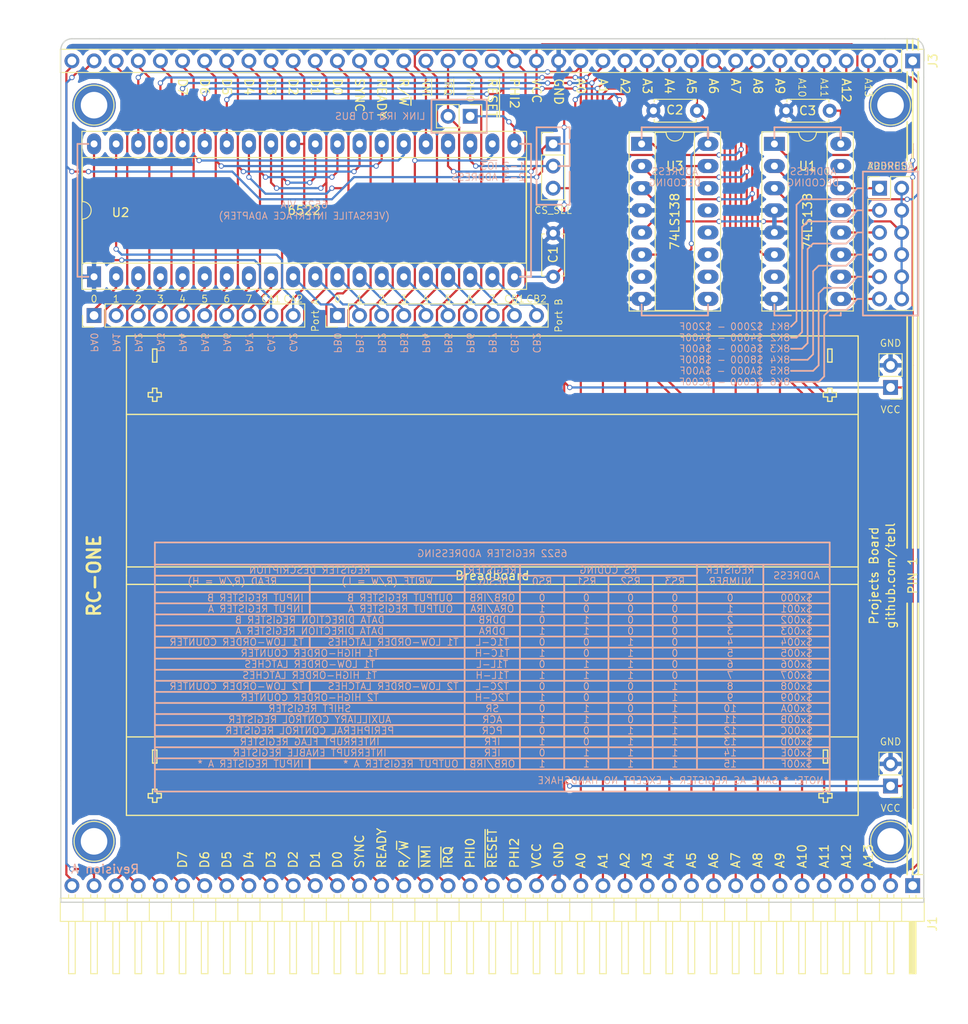
<source format=kicad_pcb>
(kicad_pcb (version 4) (host pcbnew 4.0.7)
  (layers (0 F.Cu signal) (31 B.Cu signal) (34 B.Paste user) (35 F.Paste user) (36 B.SilkS user) (37 F.SilkS user) (38 B.Mask user) (39 F.Mask user) (44 Edge.Cuts user))
  (net 0 "")
  (net 1 GND)
  (net 2 VCC)
  (net 3 /A15)
  (net 4 /A14)
  (net 5 /A13)
  (net 6 /A12)
  (net 7 /A11)
  (net 8 /A10)
  (net 9 /A9)
  (net 10 /A8)
  (net 11 /A7)
  (net 12 /A6)
  (net 13 /A5)
  (net 14 /A4)
  (net 15 /A3)
  (net 16 /A2)
  (net 17 /A1)
  (net 18 /A0)
  (net 19 /~IRQ)
  (net 20 /~NMI)
  (net 21 /R/~W)
  (net 22 /~RDY)
  (net 23 /SYNC)
  (net 24 /D0)
  (net 25 /D1)
  (net 26 /D2)
  (net 27 /D3)
  (net 28 /D4)
  (net 29 /D5)
  (net 30 /D6)
  (net 31 /D7)
  (net 32 /~RESET)
  (net 33 /PIN35)
  (net 34 /PIN36)
  (net 35 /PIN37)
  (net 36 /PIN39)
  (net 37 /PHI2)
  (net 38 /PHI0)
  (net 39 /~IO3)
  (net 40 /8K1)
  (net 41 "Net-(J4-Pad10)")
  (net 42 /8K2)
  (net 43 /8K3)
  (net 44 /8K4)
  (net 45 /8K5)
  (net 46 /8K6)
  (net 47 "Net-(J5-Pad1)")
  (net 48 "Net-(J5-Pad2)")
  (net 49 "Net-(J5-Pad3)")
  (net 50 "Net-(J5-Pad4)")
  (net 51 "Net-(J5-Pad5)")
  (net 52 "Net-(J5-Pad6)")
  (net 53 "Net-(J5-Pad7)")
  (net 54 "Net-(J5-Pad8)")
  (net 55 "Net-(J5-Pad9)")
  (net 56 "Net-(J5-Pad10)")
  (net 57 "Net-(J6-Pad1)")
  (net 58 "Net-(J6-Pad2)")
  (net 59 "Net-(J6-Pad3)")
  (net 60 "Net-(J6-Pad4)")
  (net 61 "Net-(J6-Pad5)")
  (net 62 "Net-(J6-Pad6)")
  (net 63 "Net-(J6-Pad7)")
  (net 64 "Net-(J6-Pad8)")
  (net 65 "Net-(J6-Pad9)")
  (net 66 "Net-(J6-Pad10)")
  (net 67 "Net-(JP1-Pad1)")
  (net 68 "Net-(JP2-Pad3)")
  (net 69 ~6522_CS)
  (module Pin_Headers:Pin_Header_Angled_1x39_Pitch2.54mm (layer F.Cu) (at 198.12 145.415 270)
    (fp_text reference J1 (at 4.385 -2.27 270) (layer F.SilkS))
    (fp_text value Signals)
    (pad 1 thru_hole rect (at 0 0 270) (size 1.7 1.7) (drill 1) (layers *.Cu *.Mask) (net 3 /A15))
    (pad 2 thru_hole oval (at 0 2.54 270) (size 1.7 1.7) (drill 1) (layers *.Cu *.Mask) (net 4 /A14))
    (pad 3 thru_hole oval (at 0 5.08 270) (size 1.7 1.7) (drill 1) (layers *.Cu *.Mask) (net 5 /A13))
    (pad 4 thru_hole oval (at 0 7.62 270) (size 1.7 1.7) (drill 1) (layers *.Cu *.Mask) (net 6 /A12))
    (pad 5 thru_hole oval (at 0 10.16 270) (size 1.7 1.7) (drill 1) (layers *.Cu *.Mask) (net 7 /A11))
    (pad 6 thru_hole oval (at 0 12.7 270) (size 1.7 1.7) (drill 1) (layers *.Cu *.Mask) (net 8 /A10))
    (pad 7 thru_hole oval (at 0 15.24 270) (size 1.7 1.7) (drill 1) (layers *.Cu *.Mask) (net 9 /A9))
    (pad 8 thru_hole oval (at 0 17.78 270) (size 1.7 1.7) (drill 1) (layers *.Cu *.Mask) (net 10 /A8))
    (pad 9 thru_hole oval (at 0 20.32 270) (size 1.7 1.7) (drill 1) (layers *.Cu *.Mask) (net 11 /A7))
    (pad 10 thru_hole oval (at 0 22.86 270) (size 1.7 1.7) (drill 1) (layers *.Cu *.Mask) (net 12 /A6))
    (pad 11 thru_hole oval (at 0 25.4 270) (size 1.7 1.7) (drill 1) (layers *.Cu *.Mask) (net 13 /A5))
    (pad 12 thru_hole oval (at 0 27.94 270) (size 1.7 1.7) (drill 1) (layers *.Cu *.Mask) (net 14 /A4))
    (pad 13 thru_hole oval (at 0 30.48 270) (size 1.7 1.7) (drill 1) (layers *.Cu *.Mask) (net 15 /A3))
    (pad 14 thru_hole oval (at 0 33.02 270) (size 1.7 1.7) (drill 1) (layers *.Cu *.Mask) (net 16 /A2))
    (pad 15 thru_hole oval (at 0 35.56 270) (size 1.7 1.7) (drill 1) (layers *.Cu *.Mask) (net 17 /A1))
    (pad 16 thru_hole oval (at 0 38.1 270) (size 1.7 1.7) (drill 1) (layers *.Cu *.Mask) (net 18 /A0))
    (pad 17 thru_hole oval (at 0 40.64 270) (size 1.7 1.7) (drill 1) (layers *.Cu *.Mask) (net 1 GND))
    (pad 18 thru_hole oval (at 0 43.18 270) (size 1.7 1.7) (drill 1) (layers *.Cu *.Mask) (net 2 VCC))
    (pad 19 thru_hole oval (at 0 45.72 270) (size 1.7 1.7) (drill 1) (layers *.Cu *.Mask) (net 37 /PHI2))
    (pad 20 thru_hole oval (at 0 48.26 270) (size 1.7 1.7) (drill 1) (layers *.Cu *.Mask) (net 32 /~RESET))
    (pad 21 thru_hole oval (at 0 50.8 270) (size 1.7 1.7) (drill 1) (layers *.Cu *.Mask) (net 38 /PHI0))
    (pad 22 thru_hole oval (at 0 53.34 270) (size 1.7 1.7) (drill 1) (layers *.Cu *.Mask) (net 19 /~IRQ))
    (pad 23 thru_hole oval (at 0 55.88 270) (size 1.7 1.7) (drill 1) (layers *.Cu *.Mask) (net 20 /~NMI))
    (pad 24 thru_hole oval (at 0 58.42 270) (size 1.7 1.7) (drill 1) (layers *.Cu *.Mask) (net 21 /R/~W))
    (pad 25 thru_hole oval (at 0 60.96 270) (size 1.7 1.7) (drill 1) (layers *.Cu *.Mask) (net 22 /~RDY))
    (pad 26 thru_hole oval (at 0 63.5 270) (size 1.7 1.7) (drill 1) (layers *.Cu *.Mask) (net 23 /SYNC))
    (pad 27 thru_hole oval (at 0 66.04 270) (size 1.7 1.7) (drill 1) (layers *.Cu *.Mask) (net 24 /D0))
    (pad 28 thru_hole oval (at 0 68.58 270) (size 1.7 1.7) (drill 1) (layers *.Cu *.Mask) (net 25 /D1))
    (pad 29 thru_hole oval (at 0 71.12 270) (size 1.7 1.7) (drill 1) (layers *.Cu *.Mask) (net 26 /D2))
    (pad 30 thru_hole oval (at 0 73.66 270) (size 1.7 1.7) (drill 1) (layers *.Cu *.Mask) (net 27 /D3))
    (pad 31 thru_hole oval (at 0 76.2 270) (size 1.7 1.7) (drill 1) (layers *.Cu *.Mask) (net 28 /D4))
    (pad 32 thru_hole oval (at 0 78.74 270) (size 1.7 1.7) (drill 1) (layers *.Cu *.Mask) (net 29 /D5))
    (pad 33 thru_hole oval (at 0 81.28 270) (size 1.7 1.7) (drill 1) (layers *.Cu *.Mask) (net 30 /D6))
    (pad 34 thru_hole oval (at 0 83.82 270) (size 1.7 1.7) (drill 1) (layers *.Cu *.Mask) (net 31 /D7))
    (pad 35 thru_hole oval (at 0 86.36 270) (size 1.7 1.7) (drill 1) (layers *.Cu *.Mask) (net 33 /PIN35))
    (pad 36 thru_hole oval (at 0 88.9 270) (size 1.7 1.7) (drill 1) (layers *.Cu *.Mask) (net 34 /PIN36))
    (pad 37 thru_hole oval (at 0 91.44 270) (size 1.7 1.7) (drill 1) (layers *.Cu *.Mask) (net 35 /PIN37))
    (pad 38 thru_hole oval (at 0 93.98 270) (size 1.7 1.7) (drill 1) (layers *.Cu *.Mask) (net 39 /~IO3))
    (pad 39 thru_hole oval (at 0 96.52 270) (size 1.7 1.7) (drill 1) (layers *.Cu *.Mask) (net 36 /PIN39))
  )
  (module mounting:1pin (layer F.Cu) (at 104.14 140.335 90)
    (fp_text reference M1 hide)
    (fp_text value Mounting hide)
    (pad 1 thru_hole circle (at 0 0 90) (size 5 5) (drill 3.048) (layers *.Cu *.Mask))
  )
  (module mounting:1pin (layer F.Cu) (at 195.58 140.335)
    (fp_text reference M2 hide)
    (fp_text value Mounting hide)
    (pad 1 thru_hole circle (at 0 0) (size 5 5) (drill 3.048) (layers *.Cu *.Mask))
  )
  (module mounting:1pin (layer F.Cu) (at 195.58 55.88)
    (fp_text reference M3 hide)
    (fp_text value Mounting hide)
    (pad 1 thru_hole circle (at 0 0) (size 5 5) (drill 3.048) (layers *.Cu *.Mask))
  )
  (module mounting:1pin (layer F.Cu) (at 104.14 55.88)
    (fp_text reference M4 hide)
    (fp_text value Mounting hide)
    (pad 1 thru_hole circle (at 0 0) (size 5 5) (drill 3.048) (layers *.Cu *.Mask))
  )
  (module Pin_Headers:Pin_Header_Straight_1x39_Pitch2.54mm (layer F.Cu) (at 198.12 50.8 270)
    (fp_text reference J3 (at 0 -2.33 270) (layer F.SilkS))
    (fp_text value SBC)
    (pad 1 thru_hole rect (at 0 0 270) (size 1.7 1.7) (drill 1) (layers *.Cu *.Mask) (net 3 /A15))
    (pad 2 thru_hole oval (at 0 2.54 270) (size 1.7 1.7) (drill 1) (layers *.Cu *.Mask) (net 4 /A14))
    (pad 3 thru_hole oval (at 0 5.08 270) (size 1.7 1.7) (drill 1) (layers *.Cu *.Mask) (net 5 /A13))
    (pad 4 thru_hole oval (at 0 7.62 270) (size 1.7 1.7) (drill 1) (layers *.Cu *.Mask) (net 6 /A12))
    (pad 5 thru_hole oval (at 0 10.16 270) (size 1.7 1.7) (drill 1) (layers *.Cu *.Mask) (net 7 /A11))
    (pad 6 thru_hole oval (at 0 12.7 270) (size 1.7 1.7) (drill 1) (layers *.Cu *.Mask) (net 8 /A10))
    (pad 7 thru_hole oval (at 0 15.24 270) (size 1.7 1.7) (drill 1) (layers *.Cu *.Mask) (net 9 /A9))
    (pad 8 thru_hole oval (at 0 17.78 270) (size 1.7 1.7) (drill 1) (layers *.Cu *.Mask) (net 10 /A8))
    (pad 9 thru_hole oval (at 0 20.32 270) (size 1.7 1.7) (drill 1) (layers *.Cu *.Mask) (net 11 /A7))
    (pad 10 thru_hole oval (at 0 22.86 270) (size 1.7 1.7) (drill 1) (layers *.Cu *.Mask) (net 12 /A6))
    (pad 11 thru_hole oval (at 0 25.4 270) (size 1.7 1.7) (drill 1) (layers *.Cu *.Mask) (net 13 /A5))
    (pad 12 thru_hole oval (at 0 27.94 270) (size 1.7 1.7) (drill 1) (layers *.Cu *.Mask) (net 14 /A4))
    (pad 13 thru_hole oval (at 0 30.48 270) (size 1.7 1.7) (drill 1) (layers *.Cu *.Mask) (net 15 /A3))
    (pad 14 thru_hole oval (at 0 33.02 270) (size 1.7 1.7) (drill 1) (layers *.Cu *.Mask) (net 16 /A2))
    (pad 15 thru_hole oval (at 0 35.56 270) (size 1.7 1.7) (drill 1) (layers *.Cu *.Mask) (net 17 /A1))
    (pad 16 thru_hole oval (at 0 38.1 270) (size 1.7 1.7) (drill 1) (layers *.Cu *.Mask) (net 18 /A0))
    (pad 17 thru_hole oval (at 0 40.64 270) (size 1.7 1.7) (drill 1) (layers *.Cu *.Mask) (net 1 GND))
    (pad 18 thru_hole oval (at 0 43.18 270) (size 1.7 1.7) (drill 1) (layers *.Cu *.Mask) (net 2 VCC))
    (pad 19 thru_hole oval (at 0 45.72 270) (size 1.7 1.7) (drill 1) (layers *.Cu *.Mask) (net 37 /PHI2))
    (pad 20 thru_hole oval (at 0 48.26 270) (size 1.7 1.7) (drill 1) (layers *.Cu *.Mask) (net 32 /~RESET))
    (pad 21 thru_hole oval (at 0 50.8 270) (size 1.7 1.7) (drill 1) (layers *.Cu *.Mask) (net 38 /PHI0))
    (pad 22 thru_hole oval (at 0 53.34 270) (size 1.7 1.7) (drill 1) (layers *.Cu *.Mask) (net 19 /~IRQ))
    (pad 23 thru_hole oval (at 0 55.88 270) (size 1.7 1.7) (drill 1) (layers *.Cu *.Mask) (net 20 /~NMI))
    (pad 24 thru_hole oval (at 0 58.42 270) (size 1.7 1.7) (drill 1) (layers *.Cu *.Mask) (net 21 /R/~W))
    (pad 25 thru_hole oval (at 0 60.96 270) (size 1.7 1.7) (drill 1) (layers *.Cu *.Mask) (net 22 /~RDY))
    (pad 26 thru_hole oval (at 0 63.5 270) (size 1.7 1.7) (drill 1) (layers *.Cu *.Mask) (net 23 /SYNC))
    (pad 27 thru_hole oval (at 0 66.04 270) (size 1.7 1.7) (drill 1) (layers *.Cu *.Mask) (net 24 /D0))
    (pad 28 thru_hole oval (at 0 68.58 270) (size 1.7 1.7) (drill 1) (layers *.Cu *.Mask) (net 25 /D1))
    (pad 29 thru_hole oval (at 0 71.12 270) (size 1.7 1.7) (drill 1) (layers *.Cu *.Mask) (net 26 /D2))
    (pad 30 thru_hole oval (at 0 73.66 270) (size 1.7 1.7) (drill 1) (layers *.Cu *.Mask) (net 27 /D3))
    (pad 31 thru_hole oval (at 0 76.2 270) (size 1.7 1.7) (drill 1) (layers *.Cu *.Mask) (net 28 /D4))
    (pad 32 thru_hole oval (at 0 78.74 270) (size 1.7 1.7) (drill 1) (layers *.Cu *.Mask) (net 29 /D5))
    (pad 33 thru_hole oval (at 0 81.28 270) (size 1.7 1.7) (drill 1) (layers *.Cu *.Mask) (net 30 /D6))
    (pad 34 thru_hole oval (at 0 83.82 270) (size 1.7 1.7) (drill 1) (layers *.Cu *.Mask) (net 31 /D7))
    (pad 35 thru_hole oval (at 0 86.36 270) (size 1.7 1.7) (drill 1) (layers *.Cu *.Mask) (net 33 /PIN35))
    (pad 36 thru_hole oval (at 0 88.9 270) (size 1.7 1.7) (drill 1) (layers *.Cu *.Mask) (net 34 /PIN36))
    (pad 37 thru_hole oval (at 0 91.44 270) (size 1.7 1.7) (drill 1) (layers *.Cu *.Mask) (net 35 /PIN37))
    (pad 38 thru_hole oval (at 0 93.98 270) (size 1.7 1.7) (drill 1) (layers *.Cu *.Mask) (net 39 /~IO3))
    (pad 39 thru_hole oval (at 0 96.52 270) (size 1.7 1.7) (drill 1) (layers *.Cu *.Mask) (net 36 /PIN39))
  )
  (module Capacitors_THT:C_Disc_D4.7mm_W2.5mm_P5.00mm (layer F.Cu) (at 156.845 75.565 90)
    (fp_text reference C1 (at 2.54 0 90) (layer F.SilkS))
    (fp_text value 100nF)
    (pad 1 thru_hole circle (at 0 0 90) (size 1.6 1.6) (drill 0.8) (layers *.Cu *.Mask) (net 2 VCC))
    (pad 2 thru_hole circle (at 5 0 90) (size 1.6 1.6) (drill 0.8) (layers *.Cu *.Mask) (net 1 GND))
  )
  (module Capacitors_THT:C_Disc_D4.7mm_W2.5mm_P5.00mm (layer F.Cu) (at 173.355 56.515 180)
    (fp_text reference C2 (at 2.54 0.084999 180) (layer F.SilkS))
    (fp_text value 100nF)
    (pad 1 thru_hole circle (at 0 0 180) (size 1.6 1.6) (drill 0.8) (layers *.Cu *.Mask) (net 2 VCC))
    (pad 2 thru_hole circle (at 5 0 180) (size 1.6 1.6) (drill 0.8) (layers *.Cu *.Mask) (net 1 GND))
  )
  (module Capacitors_THT:C_Disc_D4.7mm_W2.5mm_P5.00mm (layer F.Cu) (at 188.595 56.515 180)
    (fp_text reference C3 (at 2.54 0 180) (layer F.SilkS))
    (fp_text value 100nF)
    (pad 1 thru_hole circle (at 0 0 180) (size 1.6 1.6) (drill 0.8) (layers *.Cu *.Mask) (net 2 VCC))
    (pad 2 thru_hole circle (at 5 0 180) (size 1.6 1.6) (drill 0.8) (layers *.Cu *.Mask) (net 1 GND))
  )
  (module "breadboard:RND 255-00005" (layer F.Cu) (at 149.86 109.855)
    (fp_text reference BB1)
    (fp_text value Breadboard (at 0 0) (layer F.SilkS))
  )
  (module Pin_Headers:Pin_Header_Straight_2x06_Pitch2.54mm (layer F.Cu) (at 194.31 65.405)
    (fp_text reference J4)
    (fp_text value ADDRESS (at 1.27 -2.54) (layer F.SilkS) (effects (font (size 0.8 0.8) (thickness 0.1))))
    (pad 1 thru_hole rect (at 0 0) (size 1.7 1.7) (drill 1) (layers *.Cu *.Mask) (net 40 /8K1))
    (pad 2 thru_hole oval (at 2.54 0) (size 1.7 1.7) (drill 1) (layers *.Cu *.Mask) (net 41 "Net-(J4-Pad10)"))
    (pad 3 thru_hole oval (at 0 2.54) (size 1.7 1.7) (drill 1) (layers *.Cu *.Mask) (net 42 /8K2))
    (pad 4 thru_hole oval (at 2.54 2.54) (size 1.7 1.7) (drill 1) (layers *.Cu *.Mask) (net 41 "Net-(J4-Pad10)"))
    (pad 5 thru_hole oval (at 0 5.08) (size 1.7 1.7) (drill 1) (layers *.Cu *.Mask) (net 43 /8K3))
    (pad 6 thru_hole oval (at 2.54 5.08) (size 1.7 1.7) (drill 1) (layers *.Cu *.Mask) (net 41 "Net-(J4-Pad10)"))
    (pad 7 thru_hole oval (at 0 7.62) (size 1.7 1.7) (drill 1) (layers *.Cu *.Mask) (net 44 /8K4))
    (pad 8 thru_hole oval (at 2.54 7.62) (size 1.7 1.7) (drill 1) (layers *.Cu *.Mask) (net 41 "Net-(J4-Pad10)"))
    (pad 9 thru_hole oval (at 0 10.16) (size 1.7 1.7) (drill 1) (layers *.Cu *.Mask) (net 45 /8K5))
    (pad 10 thru_hole oval (at 2.54 10.16) (size 1.7 1.7) (drill 1) (layers *.Cu *.Mask) (net 41 "Net-(J4-Pad10)"))
    (pad 11 thru_hole oval (at 0 12.7) (size 1.7 1.7) (drill 1) (layers *.Cu *.Mask) (net 46 /8K6))
    (pad 12 thru_hole oval (at 2.54 12.7) (size 1.7 1.7) (drill 1) (layers *.Cu *.Mask) (net 41 "Net-(J4-Pad10)"))
  )
  (module Pin_Headers:Pin_Header_Straight_1x10_Pitch2.54mm (layer F.Cu) (at 104.14 80.01 90)
    (fp_text reference J5)
    (fp_text value "Port A" (at 0 25.4 90) (layer F.SilkS) (effects (font (size 0.8 0.8) (thickness 0.1))))
    (pad 1 thru_hole rect (at 0 0 90) (size 1.7 1.7) (drill 1) (layers *.Cu *.Mask) (net 47 "Net-(J5-Pad1)"))
    (pad 2 thru_hole oval (at 0 2.54 90) (size 1.7 1.7) (drill 1) (layers *.Cu *.Mask) (net 48 "Net-(J5-Pad2)"))
    (pad 3 thru_hole oval (at 0 5.08 90) (size 1.7 1.7) (drill 1) (layers *.Cu *.Mask) (net 49 "Net-(J5-Pad3)"))
    (pad 4 thru_hole oval (at 0 7.62 90) (size 1.7 1.7) (drill 1) (layers *.Cu *.Mask) (net 50 "Net-(J5-Pad4)"))
    (pad 5 thru_hole oval (at 0 10.16 90) (size 1.7 1.7) (drill 1) (layers *.Cu *.Mask) (net 51 "Net-(J5-Pad5)"))
    (pad 6 thru_hole oval (at 0 12.7 90) (size 1.7 1.7) (drill 1) (layers *.Cu *.Mask) (net 52 "Net-(J5-Pad6)"))
    (pad 7 thru_hole oval (at 0 15.24 90) (size 1.7 1.7) (drill 1) (layers *.Cu *.Mask) (net 53 "Net-(J5-Pad7)"))
    (pad 8 thru_hole oval (at 0 17.78 90) (size 1.7 1.7) (drill 1) (layers *.Cu *.Mask) (net 54 "Net-(J5-Pad8)"))
    (pad 9 thru_hole oval (at 0 20.32 90) (size 1.7 1.7) (drill 1) (layers *.Cu *.Mask) (net 55 "Net-(J5-Pad9)"))
    (pad 10 thru_hole oval (at 0 22.86 90) (size 1.7 1.7) (drill 1) (layers *.Cu *.Mask) (net 56 "Net-(J5-Pad10)"))
  )
  (module Pin_Headers:Pin_Header_Straight_1x10_Pitch2.54mm (layer F.Cu) (at 132.08 80.01 90)
    (fp_text reference J6)
    (fp_text value "Port B" (at 0 25.4 90) (layer F.SilkS) (effects (font (size 0.8 0.8) (thickness 0.1))))
    (pad 1 thru_hole rect (at 0 0 90) (size 1.7 1.7) (drill 1) (layers *.Cu *.Mask) (net 57 "Net-(J6-Pad1)"))
    (pad 2 thru_hole oval (at 0 2.54 90) (size 1.7 1.7) (drill 1) (layers *.Cu *.Mask) (net 58 "Net-(J6-Pad2)"))
    (pad 3 thru_hole oval (at 0 5.08 90) (size 1.7 1.7) (drill 1) (layers *.Cu *.Mask) (net 59 "Net-(J6-Pad3)"))
    (pad 4 thru_hole oval (at 0 7.62 90) (size 1.7 1.7) (drill 1) (layers *.Cu *.Mask) (net 60 "Net-(J6-Pad4)"))
    (pad 5 thru_hole oval (at 0 10.16 90) (size 1.7 1.7) (drill 1) (layers *.Cu *.Mask) (net 61 "Net-(J6-Pad5)"))
    (pad 6 thru_hole oval (at 0 12.7 90) (size 1.7 1.7) (drill 1) (layers *.Cu *.Mask) (net 62 "Net-(J6-Pad6)"))
    (pad 7 thru_hole oval (at 0 15.24 90) (size 1.7 1.7) (drill 1) (layers *.Cu *.Mask) (net 63 "Net-(J6-Pad7)"))
    (pad 8 thru_hole oval (at 0 17.78 90) (size 1.7 1.7) (drill 1) (layers *.Cu *.Mask) (net 64 "Net-(J6-Pad8)"))
    (pad 9 thru_hole oval (at 0 20.32 90) (size 1.7 1.7) (drill 1) (layers *.Cu *.Mask) (net 65 "Net-(J6-Pad9)"))
    (pad 10 thru_hole oval (at 0 22.86 90) (size 1.7 1.7) (drill 1) (layers *.Cu *.Mask) (net 66 "Net-(J6-Pad10)"))
  )
  (module Pin_Headers:Pin_Header_Straight_1x02_Pitch2.54mm (layer F.Cu) (at 195.58 133.985 180)
    (fp_text reference J7)
    (fp_text value PWR1)
    (pad 1 thru_hole rect (at 0 0 180) (size 1.7 1.7) (drill 1) (layers *.Cu *.Mask) (net 2 VCC))
    (pad 2 thru_hole oval (at 0 2.54 180) (size 1.7 1.7) (drill 1) (layers *.Cu *.Mask) (net 1 GND))
  )
  (module Pin_Headers:Pin_Header_Straight_1x02_Pitch2.54mm (layer F.Cu) (at 195.58 88.265 180)
    (fp_text reference J8)
    (fp_text value PWR2)
    (pad 1 thru_hole rect (at 0 0 180) (size 1.7 1.7) (drill 1) (layers *.Cu *.Mask) (net 2 VCC))
    (pad 2 thru_hole oval (at 0 2.54 180) (size 1.7 1.7) (drill 1) (layers *.Cu *.Mask) (net 1 GND))
  )
  (module Pin_Headers:Pin_Header_Straight_1x02_Pitch2.54mm (layer F.Cu) (at 147.32 57.15 270)
    (fp_text reference JP1)
    (fp_text value VIA_IRQ)
    (pad 1 thru_hole rect (at 0 0 270) (size 1.7 1.7) (drill 1) (layers *.Cu *.Mask) (net 67 "Net-(JP1-Pad1)"))
    (pad 2 thru_hole oval (at 0 2.54 270) (size 1.7 1.7) (drill 1) (layers *.Cu *.Mask) (net 19 /~IRQ))
  )
  (module Pin_Headers:Pin_Header_Straight_1x03_Pitch2.54mm (layer F.Cu) (at 156.845 60.325)
    (fp_text reference JP2)
    (fp_text value CS_SEL (at 0 7.62 180) (layer F.SilkS) (effects (font (size 0.8 0.8) (thickness 0.1))))
    (pad 1 thru_hole rect (at 0 0) (size 1.7 1.7) (drill 1) (layers *.Cu *.Mask) (net 39 /~IO3))
    (pad 2 thru_hole oval (at 0 2.54) (size 1.7 1.7) (drill 1) (layers *.Cu *.Mask) (net 69 ~6522_CS))
    (pad 3 thru_hole oval (at 0 5.08) (size 1.7 1.7) (drill 1) (layers *.Cu *.Mask) (net 68 "Net-(JP2-Pad3)"))
  )
  (module Housings_DIP:DIP-16_W7.62mm_Socket_LongPads (layer F.Cu) (at 182.245 60.325)
    (fp_text reference U1 (at 3.81 2.54 180) (layer F.SilkS))
    (fp_text value 74LS138 (at 3.81 8.89 90) (layer F.SilkS))
    (pad 1 thru_hole rect (at 0 0) (size 2.4 1.6) (drill 0.8) (layers *.Cu *.Mask) (net 5 /A13))
    (pad 9 thru_hole oval (at 7.62 17.78) (size 2.4 1.6) (drill 0.8) (layers *.Cu *.Mask) (net 46 /8K6))
    (pad 2 thru_hole oval (at 0 2.54) (size 2.4 1.6) (drill 0.8) (layers *.Cu *.Mask) (net 4 /A14))
    (pad 10 thru_hole oval (at 7.62 15.24) (size 2.4 1.6) (drill 0.8) (layers *.Cu *.Mask) (net 45 /8K5))
    (pad 3 thru_hole oval (at 0 5.08) (size 2.4 1.6) (drill 0.8) (layers *.Cu *.Mask) (net 3 /A15))
    (pad 11 thru_hole oval (at 7.62 12.7) (size 2.4 1.6) (drill 0.8) (layers *.Cu *.Mask) (net 44 /8K4))
    (pad 4 thru_hole oval (at 0 7.62) (size 2.4 1.6) (drill 0.8) (layers *.Cu *.Mask) (net 1 GND))
    (pad 12 thru_hole oval (at 7.62 10.16) (size 2.4 1.6) (drill 0.8) (layers *.Cu *.Mask) (net 43 /8K3))
    (pad 5 thru_hole oval (at 0 10.16) (size 2.4 1.6) (drill 0.8) (layers *.Cu *.Mask) (net 1 GND))
    (pad 13 thru_hole oval (at 7.62 7.62) (size 2.4 1.6) (drill 0.8) (layers *.Cu *.Mask) (net 42 /8K2))
    (pad 6 thru_hole oval (at 0 12.7) (size 2.4 1.6) (drill 0.8) (layers *.Cu *.Mask) (net 6 /A12))
    (pad 14 thru_hole oval (at 7.62 5.08) (size 2.4 1.6) (drill 0.8) (layers *.Cu *.Mask) (net 40 /8K1))
    (pad 7 thru_hole oval (at 0 15.24) (size 2.4 1.6) (drill 0.8) (layers *.Cu *.Mask))
    (pad 15 thru_hole oval (at 7.62 2.54) (size 2.4 1.6) (drill 0.8) (layers *.Cu *.Mask))
    (pad 8 thru_hole oval (at 0 17.78) (size 2.4 1.6) (drill 0.8) (layers *.Cu *.Mask) (net 1 GND))
    (pad 16 thru_hole oval (at 7.62 0) (size 2.4 1.6) (drill 0.8) (layers *.Cu *.Mask) (net 2 VCC))
  )
  (module Housings_DIP:DIP-40_W15.24mm_Socket_LongPads (layer F.Cu) (at 104.14 75.565 90)
    (fp_text reference U2 (at 7.366 3.048 180) (layer F.SilkS))
    (fp_text value 6522 (at 7.62 24.13 180) (layer F.SilkS))
    (pad 1 thru_hole rect (at 0 0 90) (size 2.4 1.6) (drill 0.8) (layers *.Cu *.Mask) (net 1 GND))
    (pad 21 thru_hole oval (at 15.24 48.26 90) (size 2.4 1.6) (drill 0.8) (layers *.Cu *.Mask) (net 67 "Net-(JP1-Pad1)"))
    (pad 2 thru_hole oval (at 0 2.54 90) (size 2.4 1.6) (drill 0.8) (layers *.Cu *.Mask) (net 47 "Net-(J5-Pad1)"))
    (pad 22 thru_hole oval (at 15.24 45.72 90) (size 2.4 1.6) (drill 0.8) (layers *.Cu *.Mask) (net 21 /R/~W))
    (pad 3 thru_hole oval (at 0 5.08 90) (size 2.4 1.6) (drill 0.8) (layers *.Cu *.Mask) (net 48 "Net-(J5-Pad2)"))
    (pad 23 thru_hole oval (at 15.24 43.18 90) (size 2.4 1.6) (drill 0.8) (layers *.Cu *.Mask) (net 69 ~6522_CS))
    (pad 4 thru_hole oval (at 0 7.62 90) (size 2.4 1.6) (drill 0.8) (layers *.Cu *.Mask) (net 49 "Net-(J5-Pad3)"))
    (pad 24 thru_hole oval (at 15.24 40.64 90) (size 2.4 1.6) (drill 0.8) (layers *.Cu *.Mask) (net 2 VCC))
    (pad 5 thru_hole oval (at 0 10.16 90) (size 2.4 1.6) (drill 0.8) (layers *.Cu *.Mask) (net 50 "Net-(J5-Pad4)"))
    (pad 25 thru_hole oval (at 15.24 38.1 90) (size 2.4 1.6) (drill 0.8) (layers *.Cu *.Mask) (net 37 /PHI2))
    (pad 6 thru_hole oval (at 0 12.7 90) (size 2.4 1.6) (drill 0.8) (layers *.Cu *.Mask) (net 51 "Net-(J5-Pad5)"))
    (pad 26 thru_hole oval (at 15.24 35.56 90) (size 2.4 1.6) (drill 0.8) (layers *.Cu *.Mask) (net 31 /D7))
    (pad 7 thru_hole oval (at 0 15.24 90) (size 2.4 1.6) (drill 0.8) (layers *.Cu *.Mask) (net 52 "Net-(J5-Pad6)"))
    (pad 27 thru_hole oval (at 15.24 33.02 90) (size 2.4 1.6) (drill 0.8) (layers *.Cu *.Mask) (net 30 /D6))
    (pad 8 thru_hole oval (at 0 17.78 90) (size 2.4 1.6) (drill 0.8) (layers *.Cu *.Mask) (net 53 "Net-(J5-Pad7)"))
    (pad 28 thru_hole oval (at 15.24 30.48 90) (size 2.4 1.6) (drill 0.8) (layers *.Cu *.Mask) (net 29 /D5))
    (pad 9 thru_hole oval (at 0 20.32 90) (size 2.4 1.6) (drill 0.8) (layers *.Cu *.Mask) (net 54 "Net-(J5-Pad8)"))
    (pad 29 thru_hole oval (at 15.24 27.94 90) (size 2.4 1.6) (drill 0.8) (layers *.Cu *.Mask) (net 28 /D4))
    (pad 10 thru_hole oval (at 0 22.86 90) (size 2.4 1.6) (drill 0.8) (layers *.Cu *.Mask) (net 57 "Net-(J6-Pad1)"))
    (pad 30 thru_hole oval (at 15.24 25.4 90) (size 2.4 1.6) (drill 0.8) (layers *.Cu *.Mask) (net 27 /D3))
    (pad 11 thru_hole oval (at 0 25.4 90) (size 2.4 1.6) (drill 0.8) (layers *.Cu *.Mask) (net 58 "Net-(J6-Pad2)"))
    (pad 31 thru_hole oval (at 15.24 22.86 90) (size 2.4 1.6) (drill 0.8) (layers *.Cu *.Mask) (net 26 /D2))
    (pad 12 thru_hole oval (at 0 27.94 90) (size 2.4 1.6) (drill 0.8) (layers *.Cu *.Mask) (net 59 "Net-(J6-Pad3)"))
    (pad 32 thru_hole oval (at 15.24 20.32 90) (size 2.4 1.6) (drill 0.8) (layers *.Cu *.Mask) (net 25 /D1))
    (pad 13 thru_hole oval (at 0 30.48 90) (size 2.4 1.6) (drill 0.8) (layers *.Cu *.Mask) (net 60 "Net-(J6-Pad4)"))
    (pad 33 thru_hole oval (at 15.24 17.78 90) (size 2.4 1.6) (drill 0.8) (layers *.Cu *.Mask) (net 24 /D0))
    (pad 14 thru_hole oval (at 0 33.02 90) (size 2.4 1.6) (drill 0.8) (layers *.Cu *.Mask) (net 61 "Net-(J6-Pad5)"))
    (pad 34 thru_hole oval (at 15.24 15.24 90) (size 2.4 1.6) (drill 0.8) (layers *.Cu *.Mask) (net 32 /~RESET))
    (pad 15 thru_hole oval (at 0 35.56 90) (size 2.4 1.6) (drill 0.8) (layers *.Cu *.Mask) (net 62 "Net-(J6-Pad6)"))
    (pad 35 thru_hole oval (at 15.24 12.7 90) (size 2.4 1.6) (drill 0.8) (layers *.Cu *.Mask) (net 15 /A3))
    (pad 16 thru_hole oval (at 0 38.1 90) (size 2.4 1.6) (drill 0.8) (layers *.Cu *.Mask) (net 63 "Net-(J6-Pad7)"))
    (pad 36 thru_hole oval (at 15.24 10.16 90) (size 2.4 1.6) (drill 0.8) (layers *.Cu *.Mask) (net 16 /A2))
    (pad 17 thru_hole oval (at 0 40.64 90) (size 2.4 1.6) (drill 0.8) (layers *.Cu *.Mask) (net 64 "Net-(J6-Pad8)"))
    (pad 37 thru_hole oval (at 15.24 7.62 90) (size 2.4 1.6) (drill 0.8) (layers *.Cu *.Mask) (net 17 /A1))
    (pad 18 thru_hole oval (at 0 43.18 90) (size 2.4 1.6) (drill 0.8) (layers *.Cu *.Mask) (net 65 "Net-(J6-Pad9)"))
    (pad 38 thru_hole oval (at 15.24 5.08 90) (size 2.4 1.6) (drill 0.8) (layers *.Cu *.Mask) (net 18 /A0))
    (pad 19 thru_hole oval (at 0 45.72 90) (size 2.4 1.6) (drill 0.8) (layers *.Cu *.Mask) (net 66 "Net-(J6-Pad10)"))
    (pad 39 thru_hole oval (at 15.24 2.54 90) (size 2.4 1.6) (drill 0.8) (layers *.Cu *.Mask) (net 56 "Net-(J5-Pad10)"))
    (pad 20 thru_hole oval (at 0 48.26 90) (size 2.4 1.6) (drill 0.8) (layers *.Cu *.Mask) (net 2 VCC))
    (pad 40 thru_hole oval (at 15.24 0 90) (size 2.4 1.6) (drill 0.8) (layers *.Cu *.Mask) (net 55 "Net-(J5-Pad9)"))
  )
  (module Housings_DIP:DIP-16_W7.62mm_Socket_LongPads (layer F.Cu) (at 167.005 60.325)
    (fp_text reference U3 (at 3.81 2.54 180) (layer F.SilkS))
    (fp_text value 74LS138 (at 3.81 8.89 90) (layer F.SilkS))
    (pad 1 thru_hole rect (at 0 0) (size 2.4 1.6) (drill 0.8) (layers *.Cu *.Mask) (net 9 /A9))
    (pad 9 thru_hole oval (at 7.62 17.78) (size 2.4 1.6) (drill 0.8) (layers *.Cu *.Mask))
    (pad 2 thru_hole oval (at 0 2.54) (size 2.4 1.6) (drill 0.8) (layers *.Cu *.Mask) (net 8 /A10))
    (pad 10 thru_hole oval (at 7.62 15.24) (size 2.4 1.6) (drill 0.8) (layers *.Cu *.Mask))
    (pad 3 thru_hole oval (at 0 5.08) (size 2.4 1.6) (drill 0.8) (layers *.Cu *.Mask) (net 7 /A11))
    (pad 11 thru_hole oval (at 7.62 12.7) (size 2.4 1.6) (drill 0.8) (layers *.Cu *.Mask))
    (pad 4 thru_hole oval (at 0 7.62) (size 2.4 1.6) (drill 0.8) (layers *.Cu *.Mask) (net 1 GND))
    (pad 12 thru_hole oval (at 7.62 10.16) (size 2.4 1.6) (drill 0.8) (layers *.Cu *.Mask))
    (pad 5 thru_hole oval (at 0 10.16) (size 2.4 1.6) (drill 0.8) (layers *.Cu *.Mask) (net 41 "Net-(J4-Pad10)"))
    (pad 13 thru_hole oval (at 7.62 7.62) (size 2.4 1.6) (drill 0.8) (layers *.Cu *.Mask))
    (pad 6 thru_hole oval (at 0 12.7) (size 2.4 1.6) (drill 0.8) (layers *.Cu *.Mask) (net 2 VCC))
    (pad 14 thru_hole oval (at 7.62 5.08) (size 2.4 1.6) (drill 0.8) (layers *.Cu *.Mask))
    (pad 7 thru_hole oval (at 0 15.24) (size 2.4 1.6) (drill 0.8) (layers *.Cu *.Mask))
    (pad 15 thru_hole oval (at 7.62 2.54) (size 2.4 1.6) (drill 0.8) (layers *.Cu *.Mask) (net 68 "Net-(JP2-Pad3)"))
    (pad 8 thru_hole oval (at 0 17.78) (size 2.4 1.6) (drill 0.8) (layers *.Cu *.Mask) (net 1 GND))
    (pad 16 thru_hole oval (at 7.62 0) (size 2.4 1.6) (drill 0.8) (layers *.Cu *.Mask) (net 2 VCC))
  )
  (gr_text "LINK IRQ TO BUS" (at 142.24 57.15) (layer B.SilkS) (effects (font (size 0.8 0.8) (thickness 0.1)) (justify left mirror)))
  (gr_text ADDRESS (at 195.58 62.865) (layer B.SilkS) (effects (font (size 0.8 0.8) (thickness 0.1)) (justify mirror)))
  (gr_text CA2 (at 127 81.915 270) (layer B.SilkS) (effects (font (size 0.8 0.8) (thickness 0.1)) (justify right mirror)))
  (gr_text CA1 (at 124.46 81.915 270) (layer B.SilkS) (effects (font (size 0.8 0.8) (thickness 0.1)) (justify right mirror)))
  (gr_text PA7 (at 121.92 81.915 270) (layer B.SilkS) (effects (font (size 0.8 0.8) (thickness 0.1)) (justify right mirror)))
  (gr_text PA6 (at 119.38 81.915 270) (layer B.SilkS) (effects (font (size 0.8 0.8) (thickness 0.1)) (justify right mirror)))
  (gr_text PA5 (at 116.84 81.915 270) (layer B.SilkS) (effects (font (size 0.8 0.8) (thickness 0.1)) (justify right mirror)))
  (gr_text PA4 (at 114.3 81.915 270) (layer B.SilkS) (effects (font (size 0.8 0.8) (thickness 0.1)) (justify right mirror)))
  (gr_text PA3 (at 111.76 81.915 270) (layer B.SilkS) (effects (font (size 0.8 0.8) (thickness 0.1)) (justify right mirror)))
  (gr_text PA2 (at 109.22 81.915 270) (layer B.SilkS) (effects (font (size 0.8 0.8) (thickness 0.1)) (justify right mirror)))
  (gr_text PA1 (at 106.68 81.915 270) (layer B.SilkS) (effects (font (size 0.8 0.8) (thickness 0.1)) (justify right mirror)))
  (gr_text PA0 (at 104.14 81.915 270) (layer B.SilkS) (effects (font (size 0.8 0.8) (thickness 0.1)) (justify right mirror)))
  (gr_text CB2 (at 154.94 81.915 270) (layer B.SilkS) (effects (font (size 0.8 0.8) (thickness 0.1)) (justify right mirror)))
  (gr_text CB1 (at 152.4 81.915 270) (layer B.SilkS) (effects (font (size 0.8 0.8) (thickness 0.1)) (justify right mirror)))
  (gr_text PB7 (at 149.86 81.915 270) (layer B.SilkS) (effects (font (size 0.8 0.8) (thickness 0.1)) (justify right mirror)))
  (gr_text PB6 (at 147.32 81.915 270) (layer B.SilkS) (effects (font (size 0.8 0.8) (thickness 0.1)) (justify right mirror)))
  (gr_text PB5 (at 144.78 81.915 270) (layer B.SilkS) (effects (font (size 0.8 0.8) (thickness 0.1)) (justify right mirror)))
  (gr_text PB4 (at 142.24 81.915 270) (layer B.SilkS) (effects (font (size 0.8 0.8) (thickness 0.1)) (justify right mirror)))
  (gr_text PB3 (at 139.7 81.915 270) (layer B.SilkS) (effects (font (size 0.8 0.8) (thickness 0.1)) (justify right mirror)))
  (gr_text PB2 (at 137.16 81.915 270) (layer B.SilkS) (effects (font (size 0.8 0.8) (thickness 0.1)) (justify right mirror)))
  (gr_text PB1 (at 134.62 81.915 270) (layer B.SilkS) (effects (font (size 0.8 0.8) (thickness 0.1)) (justify right mirror)))
  (gr_text PB0 (at 132.08 81.915 270) (layer B.SilkS) (effects (font (size 0.8 0.8) (thickness 0.1)) (justify right mirror)))
  (gr_text "2-3 ADDRESS" (at 153.67 64.135) (layer B.SilkS) (effects (font (size 0.8 0.8) (thickness 0.1)) (justify left mirror)))
  (gr_text "1-2 ~IO3" (at 153.67 62.865) (layer B.SilkS) (effects (font (size 0.8 0.8) (thickness 0.1)) (justify left mirror)))
  (gr_text "6522 VIA\n(VERSATILE INTERFACE ADAPTER)" (at 128.27 67.945) (layer B.SilkS) (effects (font (size 0.8 0.8) (thickness 0.1)) (justify mirror)))
  (gr_line (start 189.865 80.01) (end 189.865 79.7) (angle 90) (layer B.SilkS) (width 0.2))
  (gr_line (start 188.595 80.01) (end 189.865 80.01) (angle 90) (layer B.SilkS) (width 0.2))
  (gr_line (start 182.245 80.01) (end 184.15 80.01) (angle 90) (layer B.SilkS) (width 0.2))
  (gr_line (start 182.245 78.74) (end 182.245 80.01) (angle 90) (layer B.SilkS) (width 0.2))
  (gr_line (start 174.625 80.01) (end 174.625 78.74) (angle 90) (layer B.SilkS) (width 0.2))
  (gr_line (start 167.005 80.01) (end 174.625 80.01) (angle 90) (layer B.SilkS) (width 0.2))
  (gr_line (start 167.005 78.74) (end 167.005 80.01) (angle 90) (layer B.SilkS) (width 0.2))
  (gr_line (start 189.865 58.42) (end 189.865 59.69) (angle 90) (layer B.SilkS) (width 0.2))
  (gr_line (start 182.245 58.42) (end 189.865 58.42) (angle 90) (layer B.SilkS) (width 0.2))
  (gr_line (start 182.245 59.69) (end 182.245 58.42) (angle 90) (layer B.SilkS) (width 0.2))
  (gr_line (start 174.625 58.42) (end 174.625 59.69) (angle 90) (layer B.SilkS) (width 0.2))
  (gr_line (start 167.005 58.42) (end 174.625 58.42) (angle 90) (layer B.SilkS) (width 0.2))
  (gr_line (start 167.005 59.69) (end 167.005 58.42) (angle 90) (layer B.SilkS) (width 0.2))
  (gr_text "- $C00F" (at 173.99 87.63) (layer B.SilkS) (effects (font (size 0.8 0.8) (thickness 0.1)) (justify mirror)))
  (gr_text "- $A00F" (at 173.99 86.36) (layer B.SilkS) (effects (font (size 0.8 0.8) (thickness 0.1)) (justify mirror)))
  (gr_text "- $800F" (at 173.99 85.09) (layer B.SilkS) (effects (font (size 0.8 0.8) (thickness 0.1)) (justify mirror)))
  (gr_text "- $600F" (at 173.99 83.82) (layer B.SilkS) (effects (font (size 0.8 0.8) (thickness 0.1)) (justify mirror)))
  (gr_text "- $400F" (at 173.99 82.55) (layer B.SilkS) (effects (font (size 0.8 0.8) (thickness 0.1)) (justify mirror)))
  (gr_text "- $200F" (at 173.99 81.28) (layer B.SilkS) (effects (font (size 0.8 0.8) (thickness 0.1)) (justify mirror)))
  (gr_text $C000 (at 179.07 87.63) (layer B.SilkS) (effects (font (size 0.8 0.8) (thickness 0.1)) (justify mirror)))
  (gr_text $A000 (at 179.07 86.36) (layer B.SilkS) (effects (font (size 0.8 0.8) (thickness 0.1)) (justify mirror)))
  (gr_text $8000 (at 179.07 85.09) (layer B.SilkS) (effects (font (size 0.8 0.8) (thickness 0.1)) (justify mirror)))
  (gr_text $6000 (at 179.07 83.82) (layer B.SilkS) (effects (font (size 0.8 0.8) (thickness 0.1)) (justify mirror)))
  (gr_text $4000 (at 179.07 82.55) (layer B.SilkS) (effects (font (size 0.8 0.8) (thickness 0.1)) (justify mirror)))
  (gr_text $2000 (at 179.07 81.28) (layer B.SilkS) (effects (font (size 0.8 0.8) (thickness 0.1)) (justify mirror)))
  (gr_line (start 187.96 86.995) (end 187.96 80.01) (angle 90) (layer B.SilkS) (width 0.2))
  (gr_line (start 187.325 87.63) (end 187.96 86.995) (angle 90) (layer B.SilkS) (width 0.2))
  (gr_line (start 184.15 87.63) (end 187.325 87.63) (angle 90) (layer B.SilkS) (width 0.2))
  (gr_line (start 186.69 86.36) (end 184.15 86.36) (angle 90) (layer B.SilkS) (width 0.2))
  (gr_line (start 187.325 85.725) (end 186.69 86.36) (angle 90) (layer B.SilkS) (width 0.2))
  (gr_line (start 187.325 77.47) (end 187.325 85.725) (angle 90) (layer B.SilkS) (width 0.2))
  (gr_line (start 186.69 84.455) (end 186.69 74.93) (angle 90) (layer B.SilkS) (width 0.2))
  (gr_line (start 186.055 85.09) (end 186.69 84.455) (angle 90) (layer B.SilkS) (width 0.2))
  (gr_line (start 184.15 85.09) (end 186.055 85.09) (angle 90) (layer B.SilkS) (width 0.2))
  (gr_line (start 185.42 83.82) (end 184.15 83.82) (angle 90) (layer B.SilkS) (width 0.2))
  (gr_line (start 186.055 83.185) (end 185.42 83.82) (angle 90) (layer B.SilkS) (width 0.2))
  (gr_line (start 186.055 72.39) (end 186.055 83.185) (angle 90) (layer B.SilkS) (width 0.2))
  (gr_line (start 184.785 82.55) (end 184.15 82.55) (angle 90) (layer B.SilkS) (width 0.2))
  (gr_line (start 185.42 81.915) (end 184.785 82.55) (angle 90) (layer B.SilkS) (width 0.2))
  (gr_line (start 185.42 69.85) (end 185.42 81.915) (angle 90) (layer B.SilkS) (width 0.2))
  (gr_line (start 184.785 80.645) (end 184.15 81.28) (angle 90) (layer B.SilkS) (width 0.2))
  (gr_line (start 184.785 67.31) (end 184.785 80.645) (angle 90) (layer B.SilkS) (width 0.2))
  (gr_line (start 185.42 66.675) (end 184.785 67.31) (angle 90) (layer B.SilkS) (width 0.2))
  (gr_line (start 188.595 66.675) (end 185.42 66.675) (angle 90) (layer B.SilkS) (width 0.2))
  (gr_line (start 186.055 69.215) (end 185.42 69.85) (angle 90) (layer B.SilkS) (width 0.2))
  (gr_line (start 188.595 69.215) (end 186.055 69.215) (angle 90) (layer B.SilkS) (width 0.2))
  (gr_line (start 186.69 71.755) (end 186.055 72.39) (angle 90) (layer B.SilkS) (width 0.2))
  (gr_line (start 188.595 71.755) (end 186.69 71.755) (angle 90) (layer B.SilkS) (width 0.2))
  (gr_line (start 187.325 74.295) (end 186.69 74.93) (angle 90) (layer B.SilkS) (width 0.2))
  (gr_line (start 188.595 74.295) (end 187.325 74.295) (angle 90) (layer B.SilkS) (width 0.2))
  (gr_line (start 187.96 76.835) (end 187.325 77.47) (angle 90) (layer B.SilkS) (width 0.2))
  (gr_line (start 188.595 76.835) (end 187.96 76.835) (angle 90) (layer B.SilkS) (width 0.2))
  (gr_line (start 188.595 79.375) (end 187.96 80.01) (angle 90) (layer B.SilkS) (width 0.2))
  (gr_line (start 190.5 79.375) (end 188.595 79.375) (angle 90) (layer B.SilkS) (width 0.2))
  (gr_line (start 191.77 78.105) (end 190.5 79.375) (angle 90) (layer B.SilkS) (width 0.2))
  (gr_line (start 192.405 78.105) (end 191.77 78.105) (angle 90) (layer B.SilkS) (width 0.2))
  (gr_line (start 190.5 76.835) (end 188.595 76.835) (angle 90) (layer B.SilkS) (width 0.2))
  (gr_line (start 191.77 75.565) (end 190.5 76.835) (angle 90) (layer B.SilkS) (width 0.2))
  (gr_line (start 192.405 75.565) (end 191.77 75.565) (angle 90) (layer B.SilkS) (width 0.2))
  (gr_line (start 190.5 74.295) (end 188.595 74.295) (angle 90) (layer B.SilkS) (width 0.2))
  (gr_line (start 191.77 73.025) (end 190.5 74.295) (angle 90) (layer B.SilkS) (width 0.2))
  (gr_line (start 192.405 73.025) (end 191.77 73.025) (angle 90) (layer B.SilkS) (width 0.2))
  (gr_line (start 190.5 71.755) (end 188.595 71.755) (angle 90) (layer B.SilkS) (width 0.2))
  (gr_line (start 191.77 70.485) (end 190.5 71.755) (angle 90) (layer B.SilkS) (width 0.2))
  (gr_line (start 192.405 70.485) (end 191.77 70.485) (angle 90) (layer B.SilkS) (width 0.2))
  (gr_line (start 190.5 69.215) (end 188.595 69.215) (angle 90) (layer B.SilkS) (width 0.2))
  (gr_line (start 191.77 67.945) (end 190.5 69.215) (angle 90) (layer B.SilkS) (width 0.2))
  (gr_line (start 192.405 67.945) (end 191.77 67.945) (angle 90) (layer B.SilkS) (width 0.2))
  (gr_line (start 190.5 66.675) (end 188.595 66.675) (angle 90) (layer B.SilkS) (width 0.2))
  (gr_line (start 191.77 65.405) (end 190.5 66.675) (angle 90) (layer B.SilkS) (width 0.2))
  (gr_line (start 192.405 65.405) (end 191.77 65.405) (angle 90) (layer B.SilkS) (width 0.2))
  (gr_text "6522 REGISTER ADDRESSING" (at 149.86 107.315) (layer B.SilkS) (effects (font (size 0.8 0.8) (thickness 0.1)) (justify mirror)))
  (gr_line (start 111.125 106.045) (end 111.125 108.585) (angle 90) (layer B.SilkS) (width 0.2))
  (gr_line (start 188.595 106.045) (end 111.125 106.045) (angle 90) (layer B.SilkS) (width 0.2))
  (gr_line (start 188.595 108.585) (end 188.595 106.045) (angle 90) (layer B.SilkS) (width 0.2))
  (gr_line (start 111.125 134.62) (end 111.125 132.08) (angle 90) (layer B.SilkS) (width 0.2))
  (gr_line (start 188.595 134.62) (end 111.125 134.62) (angle 90) (layer B.SilkS) (width 0.2))
  (gr_line (start 188.595 132.08) (end 188.595 134.62) (angle 90) (layer B.SilkS) (width 0.2))
  (gr_text "NOTE: * SAME AS REGISTER 1 EXCEPT NO HANDSHAKE" (at 187.96 133.35) (layer B.SilkS) (effects (font (size 0.8 0.8) (thickness 0.1)) (justify left mirror)))
  (gr_line (start 146.685 111.76) (end 188.595 111.76) (angle 90) (layer B.SilkS) (width 0.2))
  (gr_line (start 188.595 113.03) (end 146.685 113.03) (angle 90) (layer B.SilkS) (width 0.2))
  (gr_line (start 146.685 114.3) (end 188.595 114.3) (angle 90) (layer B.SilkS) (width 0.2))
  (gr_line (start 188.595 115.57) (end 146.685 115.57) (angle 90) (layer B.SilkS) (width 0.2))
  (gr_line (start 146.685 116.84) (end 188.595 116.84) (angle 90) (layer B.SilkS) (width 0.2))
  (gr_line (start 188.595 118.11) (end 146.685 118.11) (angle 90) (layer B.SilkS) (width 0.2))
  (gr_line (start 146.685 119.38) (end 188.595 119.38) (angle 90) (layer B.SilkS) (width 0.2))
  (gr_line (start 188.595 120.65) (end 146.685 120.65) (angle 90) (layer B.SilkS) (width 0.2))
  (gr_line (start 146.685 121.92) (end 188.595 121.92) (angle 90) (layer B.SilkS) (width 0.2))
  (gr_line (start 188.595 123.19) (end 146.685 123.19) (angle 90) (layer B.SilkS) (width 0.2))
  (gr_line (start 146.685 124.46) (end 188.595 124.46) (angle 90) (layer B.SilkS) (width 0.2))
  (gr_line (start 188.595 125.73) (end 146.685 125.73) (angle 90) (layer B.SilkS) (width 0.2))
  (gr_line (start 146.685 127) (end 188.595 127) (angle 90) (layer B.SilkS) (width 0.2))
  (gr_line (start 188.595 128.27) (end 146.685 128.27) (angle 90) (layer B.SilkS) (width 0.2))
  (gr_line (start 146.685 129.54) (end 188.595 129.54) (angle 90) (layer B.SilkS) (width 0.2))
  (gr_line (start 188.595 130.81) (end 146.685 130.81) (angle 90) (layer B.SilkS) (width 0.2))
  (gr_line (start 146.685 132.08) (end 188.595 132.08) (angle 90) (layer B.SilkS) (width 0.2))
  (gr_line (start 180.975 108.585) (end 188.595 108.585) (angle 90) (layer B.SilkS) (width 0.2))
  (gr_line (start 173.355 108.585) (end 180.975 108.585) (angle 90) (layer B.SilkS) (width 0.2))
  (gr_line (start 153.035 109.855) (end 173.355 109.855) (angle 90) (layer B.SilkS) (width 0.2))
  (gr_line (start 146.685 108.585) (end 173.355 108.585) (angle 90) (layer B.SilkS) (width 0.2))
  (gr_line (start 146.685 108.585) (end 111.125 108.585) (angle 90) (layer B.SilkS) (width 0.2))
  (gr_line (start 111.125 109.855) (end 146.685 109.855) (angle 90) (layer B.SilkS) (width 0.2))
  (gr_line (start 111.125 111.76) (end 146.685 111.76) (angle 90) (layer B.SilkS) (width 0.2))
  (gr_line (start 146.685 113.03) (end 111.125 113.03) (angle 90) (layer B.SilkS) (width 0.2))
  (gr_line (start 111.125 114.3) (end 146.685 114.3) (angle 90) (layer B.SilkS) (width 0.2))
  (gr_line (start 146.685 115.57) (end 111.125 115.57) (angle 90) (layer B.SilkS) (width 0.2))
  (gr_line (start 111.125 116.84) (end 146.685 116.84) (angle 90) (layer B.SilkS) (width 0.2))
  (gr_line (start 146.685 118.11) (end 111.125 118.11) (angle 90) (layer B.SilkS) (width 0.2))
  (gr_line (start 111.125 119.38) (end 146.685 119.38) (angle 90) (layer B.SilkS) (width 0.2))
  (gr_line (start 146.685 120.65) (end 111.125 120.65) (angle 90) (layer B.SilkS) (width 0.2))
  (gr_line (start 111.125 121.92) (end 146.685 121.92) (angle 90) (layer B.SilkS) (width 0.2))
  (gr_line (start 146.685 123.19) (end 111.125 123.19) (angle 90) (layer B.SilkS) (width 0.2))
  (gr_line (start 111.125 124.46) (end 146.685 124.46) (angle 90) (layer B.SilkS) (width 0.2))
  (gr_line (start 146.685 125.73) (end 111.125 125.73) (angle 90) (layer B.SilkS) (width 0.2))
  (gr_line (start 111.125 127) (end 146.685 127) (angle 90) (layer B.SilkS) (width 0.2))
  (gr_line (start 146.685 128.27) (end 111.125 128.27) (angle 90) (layer B.SilkS) (width 0.2))
  (gr_line (start 146.685 129.54) (end 111.125 129.54) (angle 90) (layer B.SilkS) (width 0.2))
  (gr_line (start 111.125 130.81) (end 146.685 130.81) (angle 90) (layer B.SilkS) (width 0.2))
  (gr_line (start 146.685 132.08) (end 111.125 132.08) (angle 90) (layer B.SilkS) (width 0.2))
  (gr_text "REGISTER DESCRIPTION" (at 128.905 109.22) (layer B.SilkS) (effects (font (size 0.8 0.8) (thickness 0.1)) (justify mirror)))
  (gr_line (start 128.905 130.81) (end 128.905 132.08) (angle 90) (layer B.SilkS) (width 0.2))
  (gr_line (start 128.905 121.92) (end 128.905 123.19) (angle 90) (layer B.SilkS) (width 0.2))
  (gr_line (start 128.905 116.84) (end 128.905 118.11) (angle 90) (layer B.SilkS) (width 0.2))
  (gr_line (start 128.905 130.81) (end 128.905 132.08) (angle 90) (layer B.SilkS) (width 0.2))
  (gr_line (start 128.905 114.3) (end 128.905 109.855) (angle 90) (layer B.SilkS) (width 0.2))
  (gr_line (start 111.125 108.585) (end 111.125 132.08) (angle 90) (layer B.SilkS) (width 0.2))
  (gr_line (start 153.035 108.585) (end 153.035 132.08) (angle 90) (layer B.SilkS) (width 0.2))
  (gr_line (start 146.685 132.08) (end 146.685 108.585) (angle 90) (layer B.SilkS) (width 0.2))
  (gr_line (start 158.115 109.855) (end 158.115 132.08) (angle 90) (layer B.SilkS) (width 0.2))
  (gr_line (start 163.195 109.855) (end 163.195 132.08) (angle 90) (layer B.SilkS) (width 0.2))
  (gr_line (start 168.275 109.855) (end 168.275 132.08) (angle 90) (layer B.SilkS) (width 0.2))
  (gr_line (start 173.355 108.585) (end 173.355 132.08) (angle 90) (layer B.SilkS) (width 0.2))
  (gr_line (start 188.595 108.585) (end 188.595 132.08) (angle 90) (layer B.SilkS) (width 0.2))
  (gr_line (start 180.975 108.585) (end 180.975 132.08) (angle 90) (layer B.SilkS) (width 0.2))
  (gr_text $x00F (at 184.785 131.445) (layer B.SilkS) (effects (font (size 0.8 0.8) (thickness 0.1)) (justify mirror)))
  (gr_text $x00E (at 184.785 130.175) (layer B.SilkS) (effects (font (size 0.8 0.8) (thickness 0.1)) (justify mirror)))
  (gr_text $x00D (at 184.785 128.905) (layer B.SilkS) (effects (font (size 0.8 0.8) (thickness 0.1)) (justify mirror)))
  (gr_text $x00C (at 184.785 127.635) (layer B.SilkS) (effects (font (size 0.8 0.8) (thickness 0.1)) (justify mirror)))
  (gr_text $x00B (at 184.785 126.365) (layer B.SilkS) (effects (font (size 0.8 0.8) (thickness 0.1)) (justify mirror)))
  (gr_text $x00A (at 184.785 125.095) (layer B.SilkS) (effects (font (size 0.8 0.8) (thickness 0.1)) (justify mirror)))
  (gr_text $x009 (at 184.785 123.825) (layer B.SilkS) (effects (font (size 0.8 0.8) (thickness 0.1)) (justify mirror)))
  (gr_text $x008 (at 184.785 122.555) (layer B.SilkS) (effects (font (size 0.8 0.8) (thickness 0.1)) (justify mirror)))
  (gr_text $x007 (at 184.785 121.285) (layer B.SilkS) (effects (font (size 0.8 0.8) (thickness 0.1)) (justify mirror)))
  (gr_text $x006 (at 184.785 120.015) (layer B.SilkS) (effects (font (size 0.8 0.8) (thickness 0.1)) (justify mirror)))
  (gr_text $x005 (at 184.785 118.745) (layer B.SilkS) (effects (font (size 0.8 0.8) (thickness 0.1)) (justify mirror)))
  (gr_text $x004 (at 184.785 117.475) (layer B.SilkS) (effects (font (size 0.8 0.8) (thickness 0.1)) (justify mirror)))
  (gr_text $x003 (at 184.785 116.205) (layer B.SilkS) (effects (font (size 0.8 0.8) (thickness 0.1)) (justify mirror)))
  (gr_text $x002 (at 184.785 114.935) (layer B.SilkS) (effects (font (size 0.8 0.8) (thickness 0.1)) (justify mirror)))
  (gr_text ADDRESS (at 184.785 109.855) (layer B.SilkS) (effects (font (size 0.8 0.8) (thickness 0.1)) (justify mirror)))
  (gr_text $x001 (at 184.785 113.665) (layer B.SilkS) (effects (font (size 0.8 0.8) (thickness 0.1)) (justify mirror)))
  (gr_text $x000 (at 184.785 112.395) (layer B.SilkS) (effects (font (size 0.8 0.8) (thickness 0.1)) (justify mirror)))
  (gr_text "INPUT REGISTER A *" (at 128.27 131.445) (layer B.SilkS) (effects (font (size 0.8 0.8) (thickness 0.1)) (justify left mirror)))
  (gr_text "OUTPUT REGISTER A *" (at 146.05 131.445) (layer B.SilkS) (effects (font (size 0.8 0.8) (thickness 0.1)) (justify left mirror)))
  (gr_text "INTERRUPT ENABLE REGISTER" (at 128.905 130.175) (layer B.SilkS) (effects (font (size 0.8 0.8) (thickness 0.1)) (justify mirror)))
  (gr_text "INTERRUPT FLAG REGISTER" (at 128.905 128.905) (layer B.SilkS) (effects (font (size 0.8 0.8) (thickness 0.1)) (justify mirror)))
  (gr_text "PERIPHERAL CONTROL REGISTER" (at 128.905 127.635) (layer B.SilkS) (effects (font (size 0.8 0.8) (thickness 0.1)) (justify mirror)))
  (gr_text "AUXILLIARY CONTROL REGISTER" (at 128.905 126.365) (layer B.SilkS) (effects (font (size 0.8 0.8) (thickness 0.1)) (justify mirror)))
  (gr_text "SHIFT REGISTER" (at 128.905 125.095) (layer B.SilkS) (effects (font (size 0.8 0.8) (thickness 0.1)) (justify mirror)))
  (gr_text "T2 HIGH-ORDER COUNTER" (at 128.905 123.825) (layer B.SilkS) (effects (font (size 0.8 0.8) (thickness 0.1)) (justify mirror)))
  (gr_text "T2 LOW-ORDER COUNTER" (at 128.27 122.555) (layer B.SilkS) (effects (font (size 0.8 0.8) (thickness 0.1)) (justify left mirror)))
  (gr_text "T2 LOW-ORDER LATCHES" (at 146.05 122.555) (layer B.SilkS) (effects (font (size 0.8 0.8) (thickness 0.1)) (justify left mirror)))
  (gr_text "T1 HIGH-ORDER LATCHES" (at 128.905 121.285) (layer B.SilkS) (effects (font (size 0.8 0.8) (thickness 0.1)) (justify mirror)))
  (gr_text "T1 LOW-ORDER LATCHES" (at 128.905 120.015) (layer B.SilkS) (effects (font (size 0.8 0.8) (thickness 0.1)) (justify mirror)))
  (gr_text "T1 HIGH-ORDER COUNTER" (at 128.905 118.745) (layer B.SilkS) (effects (font (size 0.8 0.8) (thickness 0.1)) (justify mirror)))
  (gr_text "T1 LOW-ORDER COUNTER" (at 128.27 117.475) (layer B.SilkS) (effects (font (size 0.8 0.8) (thickness 0.1)) (justify left mirror)))
  (gr_text "T1 LOW-ORDER LATCHES" (at 146.05 117.475) (layer B.SilkS) (effects (font (size 0.8 0.8) (thickness 0.1)) (justify left mirror)))
  (gr_text "DATA DIRECTION REGISTER A" (at 128.905 116.205) (layer B.SilkS) (effects (font (size 0.8 0.8) (thickness 0.1)) (justify mirror)))
  (gr_text "DATA DIRECTION REGISTER B" (at 128.905 114.935) (layer B.SilkS) (effects (font (size 0.8 0.8) (thickness 0.1)) (justify mirror)))
  (gr_text "INPUT REGISTER A" (at 128.27 113.665) (layer B.SilkS) (effects (font (size 0.8 0.8) (thickness 0.1)) (justify left mirror)))
  (gr_text "INPUT REGISTER B" (at 128.27 112.395) (layer B.SilkS) (effects (font (size 0.8 0.8) (thickness 0.1)) (justify left mirror)))
  (gr_text "OUTPUT REGISTER A" (at 145.415 113.665) (layer B.SilkS) (effects (font (size 0.8 0.8) (thickness 0.1)) (justify left mirror)))
  (gr_text "OUTPUT REGISTER B" (at 145.415 112.395) (layer B.SilkS) (effects (font (size 0.8 0.8) (thickness 0.1)) (justify left mirror)))
  (gr_text "READ (R/W = H)" (at 120.015 110.49) (layer B.SilkS) (effects (font (size 0.8 0.8) (thickness 0.1)) (justify mirror)))
  (gr_text "WRITE (R/W = L)" (at 137.795 110.49) (layer B.SilkS) (effects (font (size 0.8 0.8) (thickness 0.1)) (justify mirror)))
  (gr_text ORB/IRB (at 149.86 131.445) (layer B.SilkS) (effects (font (size 0.8 0.8) (thickness 0.1)) (justify mirror)))
  (gr_text IER (at 149.86 130.175) (layer B.SilkS) (effects (font (size 0.8 0.8) (thickness 0.1)) (justify mirror)))
  (gr_text IFR (at 149.86 128.905) (layer B.SilkS) (effects (font (size 0.8 0.8) (thickness 0.1)) (justify mirror)))
  (gr_text PCR (at 149.86 127.635) (layer B.SilkS) (effects (font (size 0.8 0.8) (thickness 0.1)) (justify mirror)))
  (gr_text ACR (at 149.86 126.365) (layer B.SilkS) (effects (font (size 0.8 0.8) (thickness 0.1)) (justify mirror)))
  (gr_text SR (at 149.86 125.095) (layer B.SilkS) (effects (font (size 0.8 0.8) (thickness 0.1)) (justify mirror)))
  (gr_text T2C-H (at 149.86 123.825) (layer B.SilkS) (effects (font (size 0.8 0.8) (thickness 0.1)) (justify mirror)))
  (gr_text T2C-L (at 149.86 122.555) (layer B.SilkS) (effects (font (size 0.8 0.8) (thickness 0.1)) (justify mirror)))
  (gr_text T1L-H (at 149.86 121.285) (layer B.SilkS) (effects (font (size 0.8 0.8) (thickness 0.1)) (justify mirror)))
  (gr_text T1L-L (at 149.86 120.015) (layer B.SilkS) (effects (font (size 0.8 0.8) (thickness 0.1)) (justify mirror)))
  (gr_text T1C-H (at 149.86 118.745) (layer B.SilkS) (effects (font (size 0.8 0.8) (thickness 0.1)) (justify mirror)))
  (gr_text T1C-L (at 149.86 117.475) (layer B.SilkS) (effects (font (size 0.8 0.8) (thickness 0.1)) (justify mirror)))
  (gr_text DDRA (at 149.86 116.205) (layer B.SilkS) (effects (font (size 0.8 0.8) (thickness 0.1)) (justify mirror)))
  (gr_text DDRB (at 149.86 114.935) (layer B.SilkS) (effects (font (size 0.8 0.8) (thickness 0.1)) (justify mirror)))
  (gr_text ORA/IRA (at 149.86 113.665) (layer B.SilkS) (effects (font (size 0.8 0.8) (thickness 0.1)) (justify mirror)))
  (gr_text ORB/IRB (at 149.86 112.395) (layer B.SilkS) (effects (font (size 0.8 0.8) (thickness 0.1)) (justify mirror)))
  (gr_text 1 (at 155.575 113.665) (layer B.SilkS) (effects (font (size 0.8 0.8) (thickness 0.1)) (justify mirror)))
  (gr_text 1 (at 155.575 116.205) (layer B.SilkS) (effects (font (size 0.8 0.8) (thickness 0.1)) (justify mirror)))
  (gr_text 1 (at 155.575 118.745) (layer B.SilkS) (effects (font (size 0.8 0.8) (thickness 0.1)) (justify mirror)))
  (gr_text 1 (at 155.575 121.285) (layer B.SilkS) (effects (font (size 0.8 0.8) (thickness 0.1)) (justify mirror)))
  (gr_text 1 (at 155.575 123.825) (layer B.SilkS) (effects (font (size 0.8 0.8) (thickness 0.1)) (justify mirror)))
  (gr_text 1 (at 155.575 126.365) (layer B.SilkS) (effects (font (size 0.8 0.8) (thickness 0.1)) (justify mirror)))
  (gr_text 1 (at 155.575 128.905) (layer B.SilkS) (effects (font (size 0.8 0.8) (thickness 0.1)) (justify mirror)))
  (gr_text 1 (at 155.575 131.445) (layer B.SilkS) (effects (font (size 0.8 0.8) (thickness 0.1)) (justify mirror)))
  (gr_text 0 (at 155.575 130.175) (layer B.SilkS) (effects (font (size 0.8 0.8) (thickness 0.1)) (justify mirror)))
  (gr_text 0 (at 155.575 127.635) (layer B.SilkS) (effects (font (size 0.8 0.8) (thickness 0.1)) (justify mirror)))
  (gr_text 0 (at 155.575 125.095) (layer B.SilkS) (effects (font (size 0.8 0.8) (thickness 0.1)) (justify mirror)))
  (gr_text 0 (at 155.575 122.555) (layer B.SilkS) (effects (font (size 0.8 0.8) (thickness 0.1)) (justify mirror)))
  (gr_text 0 (at 155.575 120.015) (layer B.SilkS) (effects (font (size 0.8 0.8) (thickness 0.1)) (justify mirror)))
  (gr_text 0 (at 155.575 117.475) (layer B.SilkS) (effects (font (size 0.8 0.8) (thickness 0.1)) (justify mirror)))
  (gr_text 0 (at 155.575 114.935) (layer B.SilkS) (effects (font (size 0.8 0.8) (thickness 0.1)) (justify mirror)))
  (gr_text 0 (at 155.575 112.395) (layer B.SilkS) (effects (font (size 0.8 0.8) (thickness 0.1)) (justify mirror)))
  (gr_text 1 (at 160.655 120.015) (layer B.SilkS) (effects (font (size 0.8 0.8) (thickness 0.1)) (justify mirror)))
  (gr_text 1 (at 160.655 121.285) (layer B.SilkS) (effects (font (size 0.8 0.8) (thickness 0.1)) (justify mirror)))
  (gr_text 1 (at 160.655 125.095) (layer B.SilkS) (effects (font (size 0.8 0.8) (thickness 0.1)) (justify mirror)))
  (gr_text 1 (at 160.655 126.365) (layer B.SilkS) (effects (font (size 0.8 0.8) (thickness 0.1)) (justify mirror)))
  (gr_text 1 (at 160.655 131.445) (layer B.SilkS) (effects (font (size 0.8 0.8) (thickness 0.1)) (justify mirror)))
  (gr_text 1 (at 160.655 130.175) (layer B.SilkS) (effects (font (size 0.8 0.8) (thickness 0.1)) (justify mirror)))
  (gr_text 0 (at 160.655 128.905) (layer B.SilkS) (effects (font (size 0.8 0.8) (thickness 0.1)) (justify mirror)))
  (gr_text 0 (at 160.655 127.635) (layer B.SilkS) (effects (font (size 0.8 0.8) (thickness 0.1)) (justify mirror)))
  (gr_text 0 (at 160.655 123.825) (layer B.SilkS) (effects (font (size 0.8 0.8) (thickness 0.1)) (justify mirror)))
  (gr_text 0 (at 160.655 122.555) (layer B.SilkS) (effects (font (size 0.8 0.8) (thickness 0.1)) (justify mirror)))
  (gr_text 0 (at 160.655 118.745) (layer B.SilkS) (effects (font (size 0.8 0.8) (thickness 0.1)) (justify mirror)))
  (gr_text 0 (at 160.655 117.475) (layer B.SilkS) (effects (font (size 0.8 0.8) (thickness 0.1)) (justify mirror)))
  (gr_text 1 (at 160.655 116.205) (layer B.SilkS) (effects (font (size 0.8 0.8) (thickness 0.1)) (justify mirror)))
  (gr_text 1 (at 160.655 114.935) (layer B.SilkS) (effects (font (size 0.8 0.8) (thickness 0.1)) (justify mirror)))
  (gr_text 0 (at 160.655 113.665) (layer B.SilkS) (effects (font (size 0.8 0.8) (thickness 0.1)) (justify mirror)))
  (gr_text 0 (at 160.655 112.395) (layer B.SilkS) (effects (font (size 0.8 0.8) (thickness 0.1)) (justify mirror)))
  (gr_text 1 (at 165.735 131.445) (layer B.SilkS) (effects (font (size 0.8 0.8) (thickness 0.1)) (justify mirror)))
  (gr_text 1 (at 165.735 130.175) (layer B.SilkS) (effects (font (size 0.8 0.8) (thickness 0.1)) (justify mirror)))
  (gr_text 1 (at 165.735 128.905) (layer B.SilkS) (effects (font (size 0.8 0.8) (thickness 0.1)) (justify mirror)))
  (gr_text 1 (at 165.735 127.635) (layer B.SilkS) (effects (font (size 0.8 0.8) (thickness 0.1)) (justify mirror)))
  (gr_text 0 (at 165.735 126.365) (layer B.SilkS) (effects (font (size 0.8 0.8) (thickness 0.1)) (justify mirror)))
  (gr_text 0 (at 165.735 125.095) (layer B.SilkS) (effects (font (size 0.8 0.8) (thickness 0.1)) (justify mirror)))
  (gr_text 0 (at 165.735 123.825) (layer B.SilkS) (effects (font (size 0.8 0.8) (thickness 0.1)) (justify mirror)))
  (gr_text 0 (at 165.735 122.555) (layer B.SilkS) (effects (font (size 0.8 0.8) (thickness 0.1)) (justify mirror)))
  (gr_text 1 (at 165.735 121.285) (layer B.SilkS) (effects (font (size 0.8 0.8) (thickness 0.1)) (justify mirror)))
  (gr_text 1 (at 165.735 120.015) (layer B.SilkS) (effects (font (size 0.8 0.8) (thickness 0.1)) (justify mirror)))
  (gr_text 1 (at 165.735 118.745) (layer B.SilkS) (effects (font (size 0.8 0.8) (thickness 0.1)) (justify mirror)))
  (gr_text 1 (at 165.735 117.475) (layer B.SilkS) (effects (font (size 0.8 0.8) (thickness 0.1)) (justify mirror)))
  (gr_text 0 (at 165.735 116.205) (layer B.SilkS) (effects (font (size 0.8 0.8) (thickness 0.1)) (justify mirror)))
  (gr_text 0 (at 165.735 114.935) (layer B.SilkS) (effects (font (size 0.8 0.8) (thickness 0.1)) (justify mirror)))
  (gr_text 0 (at 165.735 113.665) (layer B.SilkS) (effects (font (size 0.8 0.8) (thickness 0.1)) (justify mirror)))
  (gr_text 0 (at 165.735 112.395) (layer B.SilkS) (effects (font (size 0.8 0.8) (thickness 0.1)) (justify mirror)))
  (gr_text 1 (at 170.815 131.445) (layer B.SilkS) (effects (font (size 0.8 0.8) (thickness 0.1)) (justify mirror)))
  (gr_text 1 (at 170.815 130.175) (layer B.SilkS) (effects (font (size 0.8 0.8) (thickness 0.1)) (justify mirror)))
  (gr_text 1 (at 170.815 128.905) (layer B.SilkS) (effects (font (size 0.8 0.8) (thickness 0.1)) (justify mirror)))
  (gr_text 1 (at 170.815 127.635) (layer B.SilkS) (effects (font (size 0.8 0.8) (thickness 0.1)) (justify mirror)))
  (gr_text 1 (at 170.815 126.365) (layer B.SilkS) (effects (font (size 0.8 0.8) (thickness 0.1)) (justify mirror)))
  (gr_text 1 (at 170.815 125.095) (layer B.SilkS) (effects (font (size 0.8 0.8) (thickness 0.1)) (justify mirror)))
  (gr_text 1 (at 170.815 123.825) (layer B.SilkS) (effects (font (size 0.8 0.8) (thickness 0.1)) (justify mirror)))
  (gr_text 1 (at 170.815 122.555) (layer B.SilkS) (effects (font (size 0.8 0.8) (thickness 0.1)) (justify mirror)))
  (gr_text 0 (at 170.815 121.285) (layer B.SilkS) (effects (font (size 0.8 0.8) (thickness 0.1)) (justify mirror)))
  (gr_text 0 (at 170.815 120.015) (layer B.SilkS) (effects (font (size 0.8 0.8) (thickness 0.1)) (justify mirror)))
  (gr_text 0 (at 170.815 118.745) (layer B.SilkS) (effects (font (size 0.8 0.8) (thickness 0.1)) (justify mirror)))
  (gr_text 0 (at 170.815 117.475) (layer B.SilkS) (effects (font (size 0.8 0.8) (thickness 0.1)) (justify mirror)))
  (gr_text 0 (at 170.815 116.205) (layer B.SilkS) (effects (font (size 0.8 0.8) (thickness 0.1)) (justify mirror)))
  (gr_text 0 (at 170.815 114.935) (layer B.SilkS) (effects (font (size 0.8 0.8) (thickness 0.1)) (justify mirror)))
  (gr_text 0 (at 170.815 113.665) (layer B.SilkS) (effects (font (size 0.8 0.8) (thickness 0.1)) (justify mirror)))
  (gr_text 0 (at 170.815 112.395) (layer B.SilkS) (effects (font (size 0.8 0.8) (thickness 0.1)) (justify mirror)))
  (gr_text 15 (at 177.165 131.445) (layer B.SilkS) (effects (font (size 0.8 0.8) (thickness 0.1)) (justify mirror)))
  (gr_text 14 (at 177.165 130.175) (layer B.SilkS) (effects (font (size 0.8 0.8) (thickness 0.1)) (justify mirror)))
  (gr_text 13 (at 177.165 128.905) (layer B.SilkS) (effects (font (size 0.8 0.8) (thickness 0.1)) (justify mirror)))
  (gr_text 12 (at 177.165 127.635) (layer B.SilkS) (effects (font (size 0.8 0.8) (thickness 0.1)) (justify mirror)))
  (gr_text 11 (at 177.165 126.365) (layer B.SilkS) (effects (font (size 0.8 0.8) (thickness 0.1)) (justify mirror)))
  (gr_text 10 (at 177.165 125.095) (layer B.SilkS) (effects (font (size 0.8 0.8) (thickness 0.1)) (justify mirror)))
  (gr_text 9 (at 177.165 123.825) (layer B.SilkS) (effects (font (size 0.8 0.8) (thickness 0.1)) (justify mirror)))
  (gr_text 8 (at 177.165 122.555) (layer B.SilkS) (effects (font (size 0.8 0.8) (thickness 0.1)) (justify mirror)))
  (gr_text 7 (at 177.165 121.285) (layer B.SilkS) (effects (font (size 0.8 0.8) (thickness 0.1)) (justify mirror)))
  (gr_text 6 (at 177.165 120.015) (layer B.SilkS) (effects (font (size 0.8 0.8) (thickness 0.1)) (justify mirror)))
  (gr_text 5 (at 177.165 118.745) (layer B.SilkS) (effects (font (size 0.8 0.8) (thickness 0.1)) (justify mirror)))
  (gr_text 4 (at 177.165 117.475) (layer B.SilkS) (effects (font (size 0.8 0.8) (thickness 0.1)) (justify mirror)))
  (gr_text 3 (at 177.165 116.205) (layer B.SilkS) (effects (font (size 0.8 0.8) (thickness 0.1)) (justify mirror)))
  (gr_text 2 (at 177.165 114.935) (layer B.SilkS) (effects (font (size 0.8 0.8) (thickness 0.1)) (justify mirror)))
  (gr_text 1 (at 177.165 113.665) (layer B.SilkS) (effects (font (size 0.8 0.8) (thickness 0.1)) (justify mirror)))
  (gr_text 0 (at 177.165 112.395) (layer B.SilkS) (effects (font (size 0.8 0.8) (thickness 0.1)) (justify mirror)))
  (gr_text "REGISTER\nDESIG." (at 149.86 109.855) (layer B.SilkS) (effects (font (size 0.8 0.8) (thickness 0.1)) (justify mirror)))
  (gr_text RS3 (at 170.815 110.49) (layer B.SilkS) (effects (font (size 0.8 0.8) (thickness 0.1)) (justify mirror)))
  (gr_text RS2 (at 165.735 110.49) (layer B.SilkS) (effects (font (size 0.8 0.8) (thickness 0.1)) (justify mirror)))
  (gr_text RS1 (at 160.655 110.49) (layer B.SilkS) (effects (font (size 0.8 0.8) (thickness 0.1)) (justify mirror)))
  (gr_text RS0 (at 155.575 110.49) (layer B.SilkS) (effects (font (size 0.8 0.8) (thickness 0.1)) (justify mirror)))
  (gr_text "RS CODING" (at 163.195 109.22) (layer B.SilkS) (effects (font (size 0.8 0.8) (thickness 0.1)) (justify mirror)))
  (gr_text "REGISTER\nNUMBER" (at 177.165 109.855) (layer B.SilkS) (effects (font (size 0.8 0.8) (thickness 0.1)) (justify mirror)))
  (gr_text 8K6 (at 182.88 87.63) (layer B.SilkS) (effects (font (size 0.8 0.8) (thickness 0.1)) (justify mirror)))
  (gr_text 8K5 (at 182.88 86.36) (layer B.SilkS) (effects (font (size 0.8 0.8) (thickness 0.1)) (justify mirror)))
  (gr_text 8K4 (at 182.88 85.09) (layer B.SilkS) (effects (font (size 0.8 0.8) (thickness 0.1)) (justify mirror)))
  (gr_text 8K3 (at 182.88 83.82) (layer B.SilkS) (effects (font (size 0.8 0.8) (thickness 0.1)) (justify mirror)))
  (gr_text 8K2 (at 182.88 82.55) (layer B.SilkS) (effects (font (size 0.8 0.8) (thickness 0.1)) (justify mirror)))
  (gr_text 8K1 (at 182.88 81.28) (layer B.SilkS) (effects (font (size 0.8 0.8) (thickness 0.1)) (justify mirror)))
  (gr_text "ADDRESS\nDECODING" (at 186.69 64.135) (layer B.SilkS) (effects (font (size 0.8 0.8) (thickness 0.1)) (justify mirror)))
  (gr_text "ADDRESS\nDECODING" (at 170.815 64.135) (layer B.SilkS) (effects (font (size 0.8 0.8) (thickness 0.1)) (justify mirror)))
  (gr_text CA2 (at 127 78.105) (layer F.SilkS) (effects (font (size 0.8 0.8) (thickness 0.1))))
  (gr_text CA1 (at 124.46 78.105) (layer F.SilkS) (effects (font (size 0.8 0.8) (thickness 0.1))))
  (gr_text CB2 (at 154.94 78.105) (layer F.SilkS) (effects (font (size 0.8 0.8) (thickness 0.1))))
  (gr_text CB1 (at 152.4 78.105) (layer F.SilkS) (effects (font (size 0.8 0.8) (thickness 0.1))))
  (gr_text 7 (at 121.92 78.105) (layer F.SilkS) (effects (font (size 0.8 0.8) (thickness 0.1))))
  (gr_text 6 (at 119.38 78.105) (layer F.SilkS) (effects (font (size 0.8 0.8) (thickness 0.1))))
  (gr_text 5 (at 116.84 78.105) (layer F.SilkS) (effects (font (size 0.8 0.8) (thickness 0.1))))
  (gr_text 4 (at 114.3 78.105) (layer F.SilkS) (effects (font (size 0.8 0.8) (thickness 0.1))))
  (gr_text 3 (at 111.76 78.105) (layer F.SilkS) (effects (font (size 0.8 0.8) (thickness 0.1))))
  (gr_text 2 (at 109.22 78.105) (layer F.SilkS) (effects (font (size 0.8 0.8) (thickness 0.1))))
  (gr_text 1 (at 106.68 78.105) (layer F.SilkS) (effects (font (size 0.8 0.8) (thickness 0.1))))
  (gr_text 0 (at 104.14 78.105) (layer F.SilkS) (effects (font (size 0.8 0.8) (thickness 0.1))))
  (gr_text 1 (at 134.62 78.105) (layer F.SilkS) (effects (font (size 0.8 0.8) (thickness 0.1))))
  (gr_text 2 (at 137.16 78.105) (layer F.SilkS) (effects (font (size 0.8 0.8) (thickness 0.1))))
  (gr_text 3 (at 139.7 78.105) (layer F.SilkS) (effects (font (size 0.8 0.8) (thickness 0.1))))
  (gr_text 4 (at 142.24 78.105) (layer F.SilkS) (effects (font (size 0.8 0.8) (thickness 0.1))))
  (gr_text 5 (at 144.78 78.105) (layer F.SilkS) (effects (font (size 0.8 0.8) (thickness 0.1))))
  (gr_text 6 (at 147.32 78.105) (layer F.SilkS) (effects (font (size 0.8 0.8) (thickness 0.1))))
  (gr_text 7 (at 149.86 78.105) (layer F.SilkS) (effects (font (size 0.8 0.8) (thickness 0.1))))
  (gr_text 0 (at 132.08 78.105) (layer F.SilkS) (effects (font (size 0.8 0.8) (thickness 0.1))))
  (gr_line (start 198.12 62.23) (end 198.12 52.07) (angle 90) (layer F.SilkS) (width 0.2))
  (gr_line (start 197.485 57.785) (end 197.485 62.23) (angle 90) (layer F.SilkS) (width 0.2))
  (gr_text GND (at 195.58 128.905) (layer F.SilkS) (effects (font (size 0.8 0.8) (thickness 0.1))))
  (gr_text VCC (at 195.58 136.525) (layer F.SilkS) (effects (font (size 0.8 0.8) (thickness 0.1))))
  (gr_text GND (at 195.58 83.185) (layer F.SilkS) (effects (font (size 0.8 0.8) (thickness 0.1))))
  (gr_text VCC (at 195.58 90.805) (layer F.SilkS) (effects (font (size 0.8 0.8) (thickness 0.1))))
  (gr_line (start 197.485 52.07) (end 197.485 53.975) (angle 90) (layer F.SilkS) (width 0.2))
  (gr_line (start 198.755 80.01) (end 198.755 52.07) (angle 90) (layer F.SilkS) (width 0.2))
  (gr_line (start 198.755 106.68) (end 198.755 80.01) (angle 90) (layer F.SilkS) (width 0.2))
  (gr_line (start 198.12 80.01) (end 198.12 106.68) (angle 90) (layer F.SilkS) (width 0.2))
  (gr_line (start 197.485 106.68) (end 197.485 80.01) (angle 90) (layer F.SilkS) (width 0.2))
  (gr_line (start 192.405 80.01) (end 192.405 63.5) (angle 90) (layer B.SilkS) (width 0.2))
  (gr_line (start 198.755 80.01) (end 192.405 80.01) (angle 90) (layer B.SilkS) (width 0.2))
  (gr_line (start 198.755 63.5) (end 198.755 80.01) (angle 90) (layer B.SilkS) (width 0.2))
  (gr_line (start 192.405 63.5) (end 198.755 63.5) (angle 90) (layer B.SilkS) (width 0.2))
  (gr_line (start 142.875 59.055) (end 142.875 55.245) (angle 90) (layer B.SilkS) (width 0.2))
  (gr_line (start 149.225 59.055) (end 142.875 59.055) (angle 90) (layer B.SilkS) (width 0.2))
  (gr_line (start 149.225 55.245) (end 149.225 59.055) (angle 90) (layer B.SilkS) (width 0.2))
  (gr_line (start 142.875 55.245) (end 149.225 55.245) (angle 90) (layer B.SilkS) (width 0.2))
  (gr_text PHI0 (at 147.32 52.705 270) (layer F.SilkS) (effects (font (size 0.8 0.8) (thickness 0.1)) (justify left)))
  (gr_text PHI0 (at 147.32 143.51 90) (layer F.SilkS) (effects (font (size 1 1)) (justify left)))
  (gr_line (start 158.75 67.31) (end 158.75 63.5) (angle 90) (layer B.SilkS) (width 0.2))
  (gr_line (start 154.94 67.31) (end 158.75 67.31) (angle 90) (layer B.SilkS) (width 0.2))
  (gr_line (start 154.94 58.42) (end 154.94 67.31) (angle 90) (layer B.SilkS) (width 0.2))
  (gr_line (start 158.75 58.42) (end 154.94 58.42) (angle 90) (layer B.SilkS) (width 0.2))
  (gr_line (start 158.75 59.69) (end 158.75 58.42) (angle 90) (layer B.SilkS) (width 0.2))
  (gr_line (start 158.75 62.865) (end 157.48 62.865) (angle 90) (layer B.SilkS) (width 0.2))
  (gr_line (start 158.75 60.325) (end 158.75 62.865) (angle 90) (layer B.SilkS) (width 0.2))
  (gr_line (start 157.48 60.325) (end 158.75 60.325) (angle 90) (layer B.SilkS) (width 0.2))
  (gr_line (start 154.305 60.325) (end 153.035 60.325) (angle 90) (layer B.SilkS) (width 0.2))
  (gr_line (start 154.305 75.565) (end 154.305 60.325) (angle 90) (layer B.SilkS) (width 0.2))
  (gr_line (start 153.035 75.565) (end 154.305 75.565) (angle 90) (layer B.SilkS) (width 0.2))
  (gr_line (start 102.235 75.565) (end 103.505 75.565) (angle 90) (layer B.SilkS) (width 0.2))
  (gr_line (start 102.235 60.325) (end 102.235 75.565) (angle 90) (layer B.SilkS) (width 0.2))
  (gr_line (start 103.505 60.325) (end 102.235 60.325) (angle 90) (layer B.SilkS) (width 0.2))
  (gr_line (start 100.33 104.775) (end 100.33 92.075) (angle 90) (layer Edge.Cuts) (width 0.15))
  (gr_line (start 100.33 133.35) (end 100.33 124.46) (angle 90) (layer Edge.Cuts) (width 0.15))
  (gr_text A13 (at 193.04 52.705 270) (layer F.SilkS) (effects (font (size 0.8 0.8) (thickness 0.1)) (justify left)))
  (gr_text A12 (at 190.5 52.705 270) (layer F.SilkS) (effects (font (size 1 1)) (justify left)))
  (gr_text A11 (at 187.96 52.705 270) (layer F.SilkS) (effects (font (size 0.8 0.8) (thickness 0.1)) (justify left)))
  (gr_text A10 (at 185.42 52.705 270) (layer F.SilkS) (effects (font (size 0.8 0.8) (thickness 0.1)) (justify left)))
  (gr_text A9 (at 182.88 52.705 270) (layer F.SilkS) (effects (font (size 1 1)) (justify left)))
  (gr_text A8 (at 180.34 52.705 270) (layer F.SilkS) (effects (font (size 1 1)) (justify left)))
  (gr_text A7 (at 177.8 52.705 270) (layer F.SilkS) (effects (font (size 1 1)) (justify left)))
  (gr_text A6 (at 175.26 52.705 270) (layer F.SilkS) (effects (font (size 1 1)) (justify left)))
  (gr_text A5 (at 172.72 52.705 270) (layer F.SilkS) (effects (font (size 1 1)) (justify left)))
  (gr_text A4 (at 170.18 52.705 270) (layer F.SilkS) (effects (font (size 1 1)) (justify left)))
  (gr_text A3 (at 167.64 52.705 270) (layer F.SilkS) (effects (font (size 1 1)) (justify left)))
  (gr_text A2 (at 165.1 52.705 270) (layer F.SilkS) (effects (font (size 1 1)) (justify left)))
  (gr_text A1 (at 162.56 52.705 270) (layer F.SilkS) (effects (font (size 1 1)) (justify left)))
  (gr_text A0 (at 160.02 52.705 270) (layer F.SilkS) (effects (font (size 1 1)) (justify left)))
  (gr_text GND (at 157.48 52.705 270) (layer F.SilkS) (effects (font (size 1 1)) (justify left)))
  (gr_text VCC (at 154.94 52.705 270) (layer F.SilkS) (effects (font (size 1 1)) (justify left)))
  (gr_text PHI2 (at 152.4 52.705 270) (layer F.SilkS) (effects (font (size 1 1)) (justify left)))
  (gr_text ~RESET (at 149.86 52.705 270) (layer F.SilkS) (effects (font (size 1 1)) (justify left)))
  (gr_text ~IRQ (at 144.78 52.705 270) (layer F.SilkS) (effects (font (size 0.8 0.8) (thickness 0.1)) (justify left)))
  (gr_text ~NMI (at 142.24 52.705 270) (layer F.SilkS) (effects (font (size 0.8 0.8) (thickness 0.1)) (justify left)))
  (gr_text R/~W (at 139.7 52.705 270) (layer F.SilkS) (effects (font (size 1 1)) (justify left)))
  (gr_text READY (at 137.16 52.705 270) (layer F.SilkS) (effects (font (size 1 1)) (justify left)))
  (gr_text SYNC (at 134.62 52.705 270) (layer F.SilkS) (effects (font (size 1 1)) (justify left)))
  (gr_text D0 (at 132.08 52.705 270) (layer F.SilkS) (effects (font (size 1 1)) (justify left)))
  (gr_text D1 (at 129.54 52.705 270) (layer F.SilkS) (effects (font (size 1 1)) (justify left)))
  (gr_text D2 (at 127 52.705 270) (layer F.SilkS) (effects (font (size 1 1)) (justify left)))
  (gr_text D3 (at 124.46 52.705 270) (layer F.SilkS) (effects (font (size 1 1)) (justify left)))
  (gr_text D4 (at 121.92 52.705 270) (layer F.SilkS) (effects (font (size 1 1)) (justify left)))
  (gr_text D5 (at 119.38 52.705 270) (layer F.SilkS) (effects (font (size 1 1)) (justify left)))
  (gr_text D6 (at 116.84 52.705 270) (layer F.SilkS) (effects (font (size 1 1)) (justify left)))
  (gr_text D7 (at 114.3 52.705 270) (layer F.SilkS) (effects (font (size 1 1)) (justify left)))
  (gr_text A13 (at 193.04 143.51 90) (layer F.SilkS) (effects (font (size 1 1)) (justify left)))
  (gr_text A12 (at 190.5 143.51 90) (layer F.SilkS) (effects (font (size 1 1)) (justify left)))
  (gr_text A11 (at 187.96 143.51 90) (layer F.SilkS) (effects (font (size 1 1)) (justify left)))
  (gr_text A10 (at 185.42 143.51 90) (layer F.SilkS) (effects (font (size 1 1)) (justify left)))
  (gr_text A9 (at 182.88 143.51 90) (layer F.SilkS) (effects (font (size 1 1)) (justify left)))
  (gr_text A8 (at 180.34 143.51 90) (layer F.SilkS) (effects (font (size 1 1)) (justify left)))
  (gr_text A7 (at 177.8 143.51 90) (layer F.SilkS) (effects (font (size 1 1)) (justify left)))
  (gr_text A6 (at 175.26 143.51 90) (layer F.SilkS) (effects (font (size 1 1)) (justify left)))
  (gr_text A5 (at 172.72 143.51 90) (layer F.SilkS) (effects (font (size 1 1)) (justify left)))
  (gr_text A4 (at 170.18 143.51 90) (layer F.SilkS) (effects (font (size 1 1)) (justify left)))
  (gr_text A3 (at 167.64 143.51 90) (layer F.SilkS) (effects (font (size 1 1)) (justify left)))
  (gr_text A2 (at 165.1 143.51 90) (layer F.SilkS) (effects (font (size 1 1)) (justify left)))
  (gr_text A1 (at 162.56 143.51 90) (layer F.SilkS) (effects (font (size 1 1)) (justify left)))
  (gr_text A0 (at 160.02 143.51 90) (layer F.SilkS) (effects (font (size 1 1)) (justify left)))
  (gr_text GND (at 157.48 143.51 90) (layer F.SilkS) (effects (font (size 1 1)) (justify left)))
  (gr_text VCC (at 154.94 143.51 90) (layer F.SilkS) (effects (font (size 1 1)) (justify left)))
  (gr_text PHI2 (at 152.4 143.51 90) (layer F.SilkS) (effects (font (size 1 1)) (justify left)))
  (gr_text ~RESET (at 149.86 143.51 90) (layer F.SilkS) (effects (font (size 1 1)) (justify left)))
  (gr_text ~IRQ (at 144.78 143.51 90) (layer F.SilkS) (effects (font (size 1 1)) (justify left)))
  (gr_text ~NMI (at 142.24 143.51 90) (layer F.SilkS) (effects (font (size 1 1)) (justify left)))
  (gr_text R/~W (at 139.7 143.51 90) (layer F.SilkS) (effects (font (size 1 1)) (justify left)))
  (gr_text READY (at 137.16 143.51 90) (layer F.SilkS) (effects (font (size 1 1)) (justify left)))
  (gr_text SYNC (at 134.62 143.51 90) (layer F.SilkS) (effects (font (size 1 1)) (justify left)))
  (gr_text D0 (at 132.08 143.51 90) (layer F.SilkS) (effects (font (size 1 1)) (justify left)))
  (gr_text D1 (at 129.54 143.51 90) (layer F.SilkS) (effects (font (size 1 1)) (justify left)))
  (gr_text D2 (at 127 143.51 90) (layer F.SilkS) (effects (font (size 1 1)) (justify left)))
  (gr_text D3 (at 124.46 143.51 90) (layer F.SilkS) (effects (font (size 1 1)) (justify left)))
  (gr_text D4 (at 121.92 143.51 90) (layer F.SilkS) (effects (font (size 1 1)) (justify left)))
  (gr_text D5 (at 119.38 143.51 90) (layer F.SilkS) (effects (font (size 1 1)) (justify left)))
  (gr_text D6 (at 116.84 143.51 90) (layer F.SilkS) (effects (font (size 1 1)) (justify left)))
  (gr_text D7 (at 114.3 143.51 90) (layer F.SilkS) (effects (font (size 1 1)) (justify left)))
  (gr_text "Revision A" (at 105.41 143.51) (layer B.SilkS) (effects (font (size 1 1)) (justify mirror)))
  (gr_text github.com/tebl (at 195.58 109.855 90) (layer F.SilkS) (effects (font (size 1 1))))
  (gr_text "Projects Board" (at 193.675 109.855 90) (layer F.SilkS) (effects (font (size 1 1))))
  (gr_text RC-ONE (at 104.14 109.855 90) (layer F.SilkS) (effects (font (size 1.5 1.5) (thickness 0.3))))
  (gr_line (start 198.755 113.03) (end 198.755 144.145) (angle 90) (layer F.SilkS) (width 0.2))
  (gr_line (start 198.12 144.145) (end 198.12 113.03) (angle 90) (layer F.SilkS) (width 0.2))
  (gr_line (start 197.485 113.03) (end 197.485 144.145) (angle 90) (layer F.SilkS) (width 0.2))
  (gr_line (start 198.755 48.26) (end 198.755 49.53) (angle 90) (layer F.SilkS) (width 0.2))
  (gr_line (start 198.12 48.26) (end 198.12 49.53) (angle 90) (layer F.SilkS) (width 0.2))
  (gr_line (start 197.485 49.53) (end 197.485 48.26) (angle 90) (layer F.SilkS) (width 0.2))
  (gr_text "PIN 1" (at 198.12 109.855 90) (layer F.SilkS) (effects (font (size 1 1))))
  (gr_line (start 199.39 52.705) (end 199.39 49.53) (angle 90) (layer Edge.Cuts) (width 0.15))
  (gr_line (start 194.945 48.26) (end 198.12 48.26) (angle 90) (layer Edge.Cuts) (width 0.15))
  (gr_line (start 101.6 48.26) (end 104.775 48.26) (angle 90) (layer Edge.Cuts) (width 0.15))
  (gr_line (start 100.33 49.53) (end 100.33 52.705) (angle 90) (layer Edge.Cuts) (width 0.15))
  (gr_arc (start 101.6 49.53) (end 100.33 49.53) (angle 90) (layer Edge.Cuts) (width 0.15))
  (gr_arc (start 198.12 49.53) (end 198.12 48.26) (angle 90) (layer Edge.Cuts) (width 0.15))
  (gr_line (start 100.33 124.46) (end 100.33 123.825) (angle 90) (layer Edge.Cuts) (width 0.15))
  (gr_line (start 100.33 133.985) (end 100.33 133.35) (angle 90) (layer Edge.Cuts) (width 0.15))
  (gr_line (start 100.33 133.985) (end 100.33 147.32) (angle 90) (layer Edge.Cuts) (width 0.15))
  (gr_line (start 100.33 104.775) (end 100.33 123.825) (angle 90) (layer Edge.Cuts) (width 0.15))
  (gr_line (start 100.33 52.705) (end 100.33 92.075) (angle 90) (layer Edge.Cuts) (width 0.15))
  (gr_line (start 104.775 48.26) (end 194.945 48.26) (angle 90) (layer Edge.Cuts) (width 0.15))
  (gr_line (start 199.39 52.705) (end 199.39 147.32) (angle 90) (layer Edge.Cuts) (width 0.15))
  (gr_line (start 199.39 147.32) (end 100.33 147.32) (angle 90) (layer Edge.Cuts) (width 0.15))
  (segment (start 189.865 56.515) (end 191.77 54.61) (width 0.25) (layer F.Cu) (net 2))
  (segment (start 154.94 145.415) (end 154.94 144.78) (width 0.25) (layer F.Cu) (net 2))
  (segment (start 154.94 144.78) (end 155.575 144.145) (width 0.25) (layer F.Cu) (net 2))
  (segment (start 158.115 143.51) (end 158.115 142.875) (width 0.25) (layer F.Cu) (net 2))
  (segment (start 157.48 144.145) (end 158.115 143.51) (width 0.25) (layer F.Cu) (net 2))
  (segment (start 155.575 144.145) (end 157.48 144.145) (width 0.25) (layer F.Cu) (net 2))
  (segment (start 158.115 133.35) (end 158.115 142.875) (width 0.25) (layer F.Cu) (net 2))
  (segment (start 158.115 87.63) (end 158.115 133.35) (width 0.25) (layer F.Cu) (net 2))
  (via (at 158.75 133.985) (size 0.6) (drill 0.4) (layers F.Cu B.Cu) (net 2))
  (segment (start 158.115 133.35) (end 158.75 133.985) (width 0.25) (layer F.Cu) (net 2))
  (segment (start 158.115 74.295) (end 158.115 87.63) (width 0.25) (layer F.Cu) (net 2))
  (via (at 158.75 88.265) (size 0.6) (drill 0.4) (layers F.Cu B.Cu) (net 2))
  (segment (start 158.115 87.63) (end 158.75 88.265) (width 0.25) (layer F.Cu) (net 2))
  (segment (start 156.845 75.565) (end 152.4 75.565) (width 0.25) (layer B.Cu) (net 2))
  (segment (start 156.845 75.565) (end 158.115 74.295) (width 0.25) (layer F.Cu) (net 2))
  (segment (start 158.115 74.295) (end 158.115 67.31) (width 0.25) (layer F.Cu) (net 2))
  (segment (start 155.575 55.245) (end 154.94 54.61) (width 0.25) (layer F.Cu) (net 2))
  (segment (start 156.845 55.245) (end 155.575 55.245) (width 0.25) (layer F.Cu) (net 2))
  (via (at 158.115 67.31) (size 0.6) (drill 0.4) (layers F.Cu B.Cu) (net 2))
  (segment (start 158.115 55.88) (end 157.48 55.245) (width 0.25) (layer F.Cu) (net 2))
  (segment (start 157.48 55.245) (end 156.845 55.245) (width 0.25) (layer F.Cu) (net 2))
  (segment (start 158.115 58.42) (end 158.115 55.88) (width 0.25) (layer F.Cu) (net 2))
  (via (at 158.115 58.42) (size 0.6) (drill 0.4) (layers F.Cu B.Cu) (net 2))
  (segment (start 158.115 67.31) (end 158.115 58.42) (width 0.25) (layer B.Cu) (net 2))
  (segment (start 153.67 63.5) (end 154.305 63.5) (width 0.25) (layer B.Cu) (net 2))
  (segment (start 144.78 60.325) (end 144.78 62.23) (width 0.25) (layer F.Cu) (net 2))
  (via (at 154.305 63.5) (size 0.6) (drill 0.4) (layers F.Cu B.Cu) (net 2))
  (segment (start 154.305 63.5) (end 154.94 62.865) (width 0.25) (layer F.Cu) (net 2))
  (segment (start 154.94 62.865) (end 154.94 54.61) (width 0.25) (layer F.Cu) (net 2))
  (segment (start 144.78 62.23) (end 144.78 62.865) (width 0.25) (layer F.Cu) (net 2))
  (segment (start 145.415 63.5) (end 153.67 63.5) (width 0.25) (layer B.Cu) (net 2))
  (via (at 145.415 63.5) (size 0.6) (drill 0.4) (layers F.Cu B.Cu) (net 2))
  (segment (start 144.78 62.865) (end 145.415 63.5) (width 0.25) (layer F.Cu) (net 2))
  (segment (start 154.94 50.8) (end 154.94 54.61) (width 0.25) (layer F.Cu) (net 2))
  (segment (start 189.865 60.325) (end 189.865 56.515) (width 0.25) (layer F.Cu) (net 2))
  (segment (start 174.625 60.325) (end 174.625 57.785) (width 0.25) (layer F.Cu) (net 2))
  (segment (start 174.625 57.785) (end 173.355 56.515) (width 0.25) (layer F.Cu) (net 2))
  (segment (start 195.58 88.265) (end 158.75 88.265) (width 0.25) (layer B.Cu) (net 2))
  (segment (start 173.355 56.515) (end 173.355 53.34) (width 0.25) (layer F.Cu) (net 2))
  (segment (start 173.355 53.34) (end 173.99 52.705) (width 0.25) (layer F.Cu) (net 2))
  (segment (start 173.99 52.705) (end 173.99 49.53) (width 0.25) (layer F.Cu) (net 2))
  (segment (start 173.99 49.53) (end 173.355 48.895) (width 0.25) (layer F.Cu) (net 2))
  (segment (start 191.135 48.895) (end 173.355 48.895) (width 0.25) (layer F.Cu) (net 2))
  (segment (start 188.595 56.515) (end 189.865 56.515) (width 0.25) (layer F.Cu) (net 2))
  (segment (start 191.77 49.53) (end 191.135 48.895) (width 0.25) (layer F.Cu) (net 2))
  (segment (start 191.77 54.61) (end 191.77 49.53) (width 0.25) (layer F.Cu) (net 2))
  (segment (start 173.355 48.895) (end 155.575 48.895) (width 0.25) (layer F.Cu) (net 2))
  (segment (start 155.575 48.895) (end 154.94 49.53) (width 0.25) (layer F.Cu) (net 2))
  (segment (start 154.94 49.53) (end 154.94 50.8) (width 0.25) (layer F.Cu) (net 2))
  (segment (start 167.005 73.025) (end 172.085 73.025) (width 0.25) (layer F.Cu) (net 2))
  (segment (start 172.72 61.595) (end 173.99 60.325) (width 0.25) (layer B.Cu) (net 2))
  (segment (start 172.72 71.755) (end 172.72 61.595) (width 0.25) (layer B.Cu) (net 2))
  (via (at 172.72 71.755) (size 0.6) (drill 0.4) (layers F.Cu B.Cu) (net 2))
  (segment (start 172.72 72.39) (end 172.72 71.755) (width 0.25) (layer F.Cu) (net 2))
  (segment (start 172.085 73.025) (end 172.72 72.39) (width 0.25) (layer F.Cu) (net 2))
  (segment (start 173.99 60.325) (end 174.625 60.325) (width 0.25) (layer B.Cu) (net 2))
  (segment (start 197.485 88.9) (end 197.485 133.35) (width 0.25) (layer F.Cu) (net 2))
  (segment (start 196.85 88.265) (end 197.485 88.9) (width 0.25) (layer F.Cu) (net 2))
  (segment (start 195.58 88.265) (end 196.85 88.265) (width 0.25) (layer F.Cu) (net 2))
  (segment (start 196.85 133.985) (end 195.58 133.985) (width 0.25) (layer F.Cu) (net 2))
  (segment (start 197.485 133.35) (end 196.85 133.985) (width 0.25) (layer F.Cu) (net 2))
  (segment (start 173.355 56.515) (end 173.355 55.88) (width 0.25) (layer F.Cu) (net 2))
  (segment (start 158.75 133.985) (end 195.58 133.985) (width 0.25) (layer B.Cu) (net 2))
  (via (at 197.485 66.675) (size 0.6) (drill 0.4) (layers F.Cu B.Cu) (net 3))
  (segment (start 197.485 66.675) (end 198.12 66.675) (width 0.25) (layer B.Cu) (net 3))
  (segment (start 182.245 65.405) (end 183.515 66.675) (width 0.25) (layer F.Cu) (net 3))
  (segment (start 198.12 66.675) (end 198.755 66.04) (width 0.25) (layer B.Cu) (net 3))
  (segment (start 183.515 66.675) (end 197.485 66.675) (width 0.25) (layer F.Cu) (net 3))
  (segment (start 198.755 143.51) (end 198.12 144.145) (width 0.25) (layer B.Cu) (net 3))
  (segment (start 198.755 52.705) (end 198.755 66.04) (width 0.25) (layer B.Cu) (net 3))
  (segment (start 198.755 66.04) (end 198.755 143.51) (width 0.25) (layer B.Cu) (net 3))
  (segment (start 198.12 50.8) (end 198.12 52.07) (width 0.25) (layer B.Cu) (net 3))
  (segment (start 198.755 52.705) (end 198.12 52.07) (width 0.25) (layer B.Cu) (net 3))
  (segment (start 198.12 144.145) (end 198.12 145.415) (width 0.25) (layer B.Cu) (net 3))
  (segment (start 198.12 50.8) (end 198.12 51.435) (width 0.25) (layer B.Cu) (net 3))
  (segment (start 198.755 62.865) (end 198.12 63.5) (width 0.25) (layer F.Cu) (net 4))
  (segment (start 191.77 63.5) (end 191.135 64.135) (width 0.25) (layer F.Cu) (net 4))
  (segment (start 198.12 63.5) (end 191.77 63.5) (width 0.25) (layer F.Cu) (net 4))
  (segment (start 182.245 62.865) (end 183.515 64.135) (width 0.25) (layer F.Cu) (net 4))
  (segment (start 183.515 64.135) (end 191.135 64.135) (width 0.25) (layer F.Cu) (net 4))
  (segment (start 198.755 142.875) (end 198.12 143.51) (width 0.25) (layer F.Cu) (net 4))
  (segment (start 195.58 52.07) (end 196.215 52.705) (width 0.25) (layer F.Cu) (net 4))
  (segment (start 196.215 52.705) (end 198.12 52.705) (width 0.25) (layer F.Cu) (net 4))
  (segment (start 198.12 52.705) (end 198.755 53.34) (width 0.25) (layer F.Cu) (net 4))
  (segment (start 198.755 53.34) (end 198.755 62.865) (width 0.25) (layer F.Cu) (net 4))
  (segment (start 198.755 62.865) (end 198.755 63.5) (width 0.25) (layer F.Cu) (net 4))
  (segment (start 198.755 63.5) (end 198.755 142.875) (width 0.25) (layer F.Cu) (net 4))
  (segment (start 195.58 50.8) (end 195.58 52.07) (width 0.25) (layer F.Cu) (net 4))
  (segment (start 195.58 144.145) (end 195.58 145.415) (width 0.25) (layer F.Cu) (net 4))
  (segment (start 196.215 143.51) (end 195.58 144.145) (width 0.25) (layer F.Cu) (net 4))
  (segment (start 198.12 143.51) (end 196.215 143.51) (width 0.25) (layer F.Cu) (net 4))
  (segment (start 192.405 57.785) (end 194.31 59.69) (width 0.25) (layer F.Cu) (net 5))
  (segment (start 192.405 59.055) (end 192.405 60.96) (width 0.25) (layer F.Cu) (net 5))
  (segment (start 192.405 60.96) (end 191.77 61.595) (width 0.25) (layer F.Cu) (net 5))
  (segment (start 182.245 60.325) (end 183.515 61.595) (width 0.25) (layer F.Cu) (net 5))
  (segment (start 183.515 61.595) (end 191.77 61.595) (width 0.25) (layer F.Cu) (net 5))
  (segment (start 198.12 85.725) (end 198.12 136.525) (width 0.25) (layer F.Cu) (net 5))
  (segment (start 198.12 136.525) (end 197.485 137.16) (width 0.25) (layer F.Cu) (net 5))
  (segment (start 197.485 137.16) (end 193.04 137.16) (width 0.25) (layer F.Cu) (net 5))
  (segment (start 193.04 137.16) (end 192.405 137.795) (width 0.25) (layer F.Cu) (net 5))
  (segment (start 192.405 137.795) (end 192.405 143.51) (width 0.25) (layer F.Cu) (net 5))
  (segment (start 192.405 143.51) (end 193.04 144.145) (width 0.25) (layer F.Cu) (net 5))
  (segment (start 193.04 144.145) (end 193.04 145.415) (width 0.25) (layer F.Cu) (net 5))
  (segment (start 198.12 62.23) (end 198.12 64.135) (width 0.25) (layer B.Cu) (net 5))
  (segment (start 194.31 59.69) (end 197.485 59.69) (width 0.25) (layer F.Cu) (net 5))
  (segment (start 197.485 59.69) (end 198.12 60.325) (width 0.25) (layer F.Cu) (net 5))
  (segment (start 198.12 60.96) (end 198.12 62.23) (width 0.25) (layer F.Cu) (net 5))
  (segment (start 198.12 60.325) (end 198.12 60.96) (width 0.25) (layer F.Cu) (net 5))
  (via (at 198.12 62.23) (size 0.6) (drill 0.4) (layers F.Cu B.Cu) (net 5))
  (segment (start 198.12 64.135) (end 198.12 85.725) (width 0.25) (layer F.Cu) (net 5))
  (via (at 198.12 64.135) (size 0.6) (drill 0.4) (layers F.Cu B.Cu) (net 5))
  (segment (start 193.04 50.8) (end 193.04 52.07) (width 0.25) (layer F.Cu) (net 5))
  (segment (start 192.405 52.705) (end 192.405 57.785) (width 0.25) (layer F.Cu) (net 5))
  (segment (start 192.405 57.785) (end 192.405 59.055) (width 0.25) (layer F.Cu) (net 5))
  (segment (start 193.04 52.07) (end 192.405 52.705) (width 0.25) (layer F.Cu) (net 5))
  (segment (start 180.34 80.645) (end 180.34 81.28) (width 0.25) (layer F.Cu) (net 6))
  (segment (start 190.5 91.44) (end 190.5 93.345) (width 0.25) (layer F.Cu) (net 6))
  (segment (start 180.34 81.28) (end 190.5 91.44) (width 0.25) (layer F.Cu) (net 6))
  (segment (start 182.245 73.025) (end 180.975 73.025) (width 0.25) (layer F.Cu) (net 6))
  (segment (start 180.975 73.025) (end 180.34 72.39) (width 0.25) (layer F.Cu) (net 6))
  (segment (start 180.34 55.88) (end 180.34 72.39) (width 0.25) (layer F.Cu) (net 6))
  (segment (start 180.34 72.39) (end 180.34 78.105) (width 0.25) (layer F.Cu) (net 6))
  (segment (start 190.5 145.415) (end 190.5 97.155) (width 0.25) (layer F.Cu) (net 6))
  (segment (start 190.5 97.155) (end 190.5 93.345) (width 0.25) (layer F.Cu) (net 6))
  (segment (start 180.34 78.105) (end 180.34 80.645) (width 0.25) (layer F.Cu) (net 6))
  (segment (start 190.5 53.975) (end 189.865 54.61) (width 0.25) (layer F.Cu) (net 6))
  (segment (start 189.865 54.61) (end 181.61 54.61) (width 0.25) (layer F.Cu) (net 6))
  (segment (start 181.61 54.61) (end 180.34 55.88) (width 0.25) (layer F.Cu) (net 6))
  (segment (start 190.5 53.975) (end 190.5 50.8) (width 0.25) (layer F.Cu) (net 6))
  (segment (start 179.705 81.915) (end 187.96 90.17) (width 0.25) (layer F.Cu) (net 7))
  (segment (start 187.96 90.17) (end 187.96 92.075) (width 0.25) (layer F.Cu) (net 7))
  (segment (start 167.005 65.405) (end 168.275 66.675) (width 0.25) (layer F.Cu) (net 7))
  (via (at 179.705 66.04) (size 0.6) (drill 0.4) (layers F.Cu B.Cu) (net 7))
  (segment (start 179.07 66.675) (end 179.705 66.04) (width 0.25) (layer B.Cu) (net 7))
  (segment (start 175.895 66.675) (end 179.07 66.675) (width 0.25) (layer B.Cu) (net 7))
  (via (at 175.895 66.675) (size 0.6) (drill 0.4) (layers F.Cu B.Cu) (net 7))
  (segment (start 168.275 66.675) (end 175.895 66.675) (width 0.25) (layer F.Cu) (net 7))
  (segment (start 179.705 80.645) (end 179.705 66.04) (width 0.25) (layer F.Cu) (net 7))
  (segment (start 179.705 66.04) (end 179.705 55.245) (width 0.25) (layer F.Cu) (net 7))
  (segment (start 187.96 93.345) (end 187.96 92.075) (width 0.25) (layer F.Cu) (net 7))
  (segment (start 187.96 145.415) (end 187.96 93.345) (width 0.25) (layer F.Cu) (net 7))
  (segment (start 179.705 80.645) (end 179.705 81.915) (width 0.25) (layer F.Cu) (net 7))
  (segment (start 187.96 53.34) (end 187.325 53.975) (width 0.25) (layer F.Cu) (net 7))
  (segment (start 187.325 53.975) (end 180.975 53.975) (width 0.25) (layer F.Cu) (net 7))
  (segment (start 180.975 53.975) (end 179.705 55.245) (width 0.25) (layer F.Cu) (net 7))
  (segment (start 187.96 53.34) (end 187.96 50.8) (width 0.25) (layer F.Cu) (net 7))
  (segment (start 185.42 90.805) (end 185.42 88.9) (width 0.25) (layer F.Cu) (net 8))
  (segment (start 185.42 88.9) (end 179.07 82.55) (width 0.25) (layer F.Cu) (net 8))
  (segment (start 167.005 62.865) (end 168.275 64.135) (width 0.25) (layer F.Cu) (net 8))
  (via (at 179.07 63.5) (size 0.6) (drill 0.4) (layers F.Cu B.Cu) (net 8))
  (segment (start 178.435 64.135) (end 179.07 63.5) (width 0.25) (layer B.Cu) (net 8))
  (segment (start 175.895 64.135) (end 178.435 64.135) (width 0.25) (layer B.Cu) (net 8))
  (via (at 175.895 64.135) (size 0.6) (drill 0.4) (layers F.Cu B.Cu) (net 8))
  (segment (start 168.275 64.135) (end 175.895 64.135) (width 0.25) (layer F.Cu) (net 8))
  (segment (start 179.07 54.61) (end 179.07 63.5) (width 0.25) (layer F.Cu) (net 8))
  (segment (start 179.07 63.5) (end 179.07 82.55) (width 0.25) (layer F.Cu) (net 8))
  (segment (start 185.42 145.415) (end 185.42 90.805) (width 0.25) (layer F.Cu) (net 8))
  (segment (start 185.42 52.705) (end 184.785 53.34) (width 0.25) (layer F.Cu) (net 8))
  (segment (start 184.785 53.34) (end 180.34 53.34) (width 0.25) (layer F.Cu) (net 8))
  (segment (start 180.34 53.34) (end 179.07 54.61) (width 0.25) (layer F.Cu) (net 8))
  (segment (start 185.42 52.705) (end 185.42 50.8) (width 0.25) (layer F.Cu) (net 8))
  (segment (start 182.88 89.535) (end 182.88 87.63) (width 0.25) (layer F.Cu) (net 9))
  (segment (start 182.88 87.63) (end 178.435 83.185) (width 0.25) (layer F.Cu) (net 9))
  (segment (start 167.005 60.325) (end 168.275 60.325) (width 0.25) (layer F.Cu) (net 9))
  (via (at 178.435 60.96) (size 0.6) (drill 0.4) (layers F.Cu B.Cu) (net 9))
  (segment (start 177.8 61.595) (end 178.435 60.96) (width 0.25) (layer B.Cu) (net 9))
  (segment (start 175.895 61.595) (end 177.8 61.595) (width 0.25) (layer B.Cu) (net 9))
  (via (at 175.895 61.595) (size 0.6) (drill 0.4) (layers F.Cu B.Cu) (net 9))
  (segment (start 169.545 61.595) (end 175.895 61.595) (width 0.25) (layer F.Cu) (net 9))
  (segment (start 168.275 60.325) (end 169.545 61.595) (width 0.25) (layer F.Cu) (net 9))
  (segment (start 178.435 58.42) (end 178.435 60.96) (width 0.25) (layer F.Cu) (net 9))
  (segment (start 178.435 60.96) (end 178.435 83.185) (width 0.25) (layer F.Cu) (net 9))
  (segment (start 182.88 90.17) (end 182.88 145.415) (width 0.25) (layer F.Cu) (net 9))
  (segment (start 182.88 90.17) (end 182.88 89.535) (width 0.25) (layer F.Cu) (net 9))
  (segment (start 167.005 60.325) (end 167.005 59.69) (width 0.25) (layer F.Cu) (net 9))
  (segment (start 178.435 58.42) (end 178.435 53.975) (width 0.25) (layer F.Cu) (net 9))
  (segment (start 178.435 53.975) (end 179.705 52.705) (width 0.25) (layer F.Cu) (net 9))
  (segment (start 179.705 52.705) (end 182.245 52.705) (width 0.25) (layer F.Cu) (net 9))
  (segment (start 182.245 52.705) (end 182.88 52.07) (width 0.25) (layer F.Cu) (net 9))
  (segment (start 182.88 52.07) (end 182.88 50.8) (width 0.25) (layer F.Cu) (net 9))
  (segment (start 180.34 88.265) (end 180.34 86.36) (width 0.25) (layer F.Cu) (net 10))
  (segment (start 180.34 86.36) (end 177.8 83.82) (width 0.25) (layer F.Cu) (net 10))
  (segment (start 177.8 83.82) (end 177.8 53.34) (width 0.25) (layer F.Cu) (net 10))
  (segment (start 180.34 145.415) (end 180.34 89.535) (width 0.25) (layer F.Cu) (net 10))
  (segment (start 180.34 89.535) (end 180.34 88.265) (width 0.25) (layer F.Cu) (net 10))
  (segment (start 177.8 53.34) (end 180.34 50.8) (width 0.25) (layer F.Cu) (net 10))
  (segment (start 177.8 86.995) (end 177.8 85.09) (width 0.25) (layer F.Cu) (net 11))
  (segment (start 177.8 85.09) (end 177.165 84.455) (width 0.25) (layer F.Cu) (net 11))
  (segment (start 177.8 145.415) (end 177.8 86.995) (width 0.25) (layer F.Cu) (net 11))
  (segment (start 177.165 52.07) (end 177.8 51.435) (width 0.25) (layer F.Cu) (net 11))
  (segment (start 177.165 84.455) (end 177.165 52.07) (width 0.25) (layer F.Cu) (net 11))
  (segment (start 177.8 51.435) (end 177.8 50.8) (width 0.25) (layer F.Cu) (net 11))
  (segment (start 175.26 90.17) (end 175.26 86.36) (width 0.25) (layer F.Cu) (net 12))
  (segment (start 175.26 86.36) (end 176.53 85.09) (width 0.25) (layer F.Cu) (net 12))
  (segment (start 176.53 84.455) (end 176.53 85.09) (width 0.25) (layer F.Cu) (net 12))
  (segment (start 176.53 52.07) (end 175.26 50.8) (width 0.25) (layer F.Cu) (net 12))
  (segment (start 176.53 84.455) (end 176.53 52.07) (width 0.25) (layer F.Cu) (net 12))
  (segment (start 175.26 145.415) (end 175.26 90.17) (width 0.25) (layer F.Cu) (net 12))
  (segment (start 172.72 145.415) (end 172.72 90.17) (width 0.25) (layer F.Cu) (net 13))
  (segment (start 163.195 80.645) (end 172.72 90.17) (width 0.25) (layer F.Cu) (net 13))
  (segment (start 172.72 53.975) (end 172.72 50.8) (width 0.25) (layer F.Cu) (net 13))
  (segment (start 163.83 54.61) (end 163.195 55.245) (width 0.25) (layer F.Cu) (net 13))
  (segment (start 172.085 54.61) (end 163.83 54.61) (width 0.25) (layer F.Cu) (net 13))
  (segment (start 172.72 53.975) (end 172.085 54.61) (width 0.25) (layer F.Cu) (net 13))
  (segment (start 163.195 55.245) (end 163.195 80.645) (width 0.25) (layer F.Cu) (net 13))
  (segment (start 162.56 81.28) (end 162.56 54.61) (width 0.25) (layer F.Cu) (net 14))
  (segment (start 170.18 88.9) (end 162.56 81.28) (width 0.25) (layer F.Cu) (net 14))
  (segment (start 170.18 145.415) (end 170.18 88.9) (width 0.25) (layer F.Cu) (net 14))
  (segment (start 170.18 53.34) (end 170.18 50.8) (width 0.25) (layer F.Cu) (net 14))
  (segment (start 169.545 53.975) (end 170.18 53.34) (width 0.25) (layer F.Cu) (net 14))
  (segment (start 163.195 53.975) (end 169.545 53.975) (width 0.25) (layer F.Cu) (net 14))
  (segment (start 162.56 54.61) (end 163.195 53.975) (width 0.25) (layer F.Cu) (net 14))
  (segment (start 155.575 53.975) (end 159.385 53.975) (width 0.25) (layer F.Cu) (net 15))
  (via (at 155.575 53.975) (size 0.6) (drill 0.4) (layers F.Cu B.Cu) (net 15))
  (segment (start 155.575 53.975) (end 117.475 53.975) (width 0.25) (layer B.Cu) (net 15))
  (segment (start 117.475 53.975) (end 116.84 54.61) (width 0.25) (layer B.Cu) (net 15))
  (via (at 116.84 54.61) (size 0.6) (drill 0.4) (layers F.Cu B.Cu) (net 15))
  (segment (start 116.84 60.325) (end 116.84 54.61) (width 0.25) (layer F.Cu) (net 15))
  (via (at 161.925 53.975) (size 0.6) (drill 0.4) (layers F.Cu B.Cu) (net 15))
  (segment (start 159.385 53.975) (end 161.925 53.975) (width 0.25) (layer B.Cu) (net 15))
  (via (at 159.385 53.975) (size 0.6) (drill 0.4) (layers F.Cu B.Cu) (net 15))
  (segment (start 167.64 145.415) (end 167.64 87.63) (width 0.25) (layer F.Cu) (net 15))
  (segment (start 161.925 81.915) (end 167.64 87.63) (width 0.25) (layer F.Cu) (net 15))
  (segment (start 167.64 52.705) (end 167.64 50.8) (width 0.25) (layer F.Cu) (net 15))
  (segment (start 162.56 53.34) (end 161.925 53.975) (width 0.25) (layer F.Cu) (net 15))
  (segment (start 167.005 53.34) (end 162.56 53.34) (width 0.25) (layer F.Cu) (net 15))
  (segment (start 167.64 52.705) (end 167.005 53.34) (width 0.25) (layer F.Cu) (net 15))
  (segment (start 161.925 53.975) (end 161.925 81.915) (width 0.25) (layer F.Cu) (net 15))
  (segment (start 156.21 53.34) (end 158.75 53.34) (width 0.25) (layer F.Cu) (net 16))
  (via (at 156.21 53.34) (size 0.6) (drill 0.4) (layers F.Cu B.Cu) (net 16))
  (segment (start 156.21 53.34) (end 114.935 53.34) (width 0.25) (layer B.Cu) (net 16))
  (segment (start 114.935 53.34) (end 114.3 53.975) (width 0.25) (layer B.Cu) (net 16))
  (via (at 114.3 53.975) (size 0.6) (drill 0.4) (layers F.Cu B.Cu) (net 16))
  (segment (start 114.3 60.325) (end 114.3 53.975) (width 0.25) (layer F.Cu) (net 16))
  (via (at 161.29 53.34) (size 0.6) (drill 0.4) (layers F.Cu B.Cu) (net 16))
  (segment (start 158.75 53.34) (end 161.29 53.34) (width 0.25) (layer B.Cu) (net 16))
  (via (at 158.75 53.34) (size 0.6) (drill 0.4) (layers F.Cu B.Cu) (net 16))
  (segment (start 165.1 145.415) (end 165.1 86.36) (width 0.25) (layer F.Cu) (net 16))
  (segment (start 165.1 52.07) (end 164.465 52.705) (width 0.25) (layer F.Cu) (net 16))
  (segment (start 164.465 52.705) (end 161.925 52.705) (width 0.25) (layer F.Cu) (net 16))
  (segment (start 161.925 52.705) (end 161.29 53.34) (width 0.25) (layer F.Cu) (net 16))
  (segment (start 161.29 53.34) (end 161.29 60.96) (width 0.25) (layer F.Cu) (net 16))
  (segment (start 165.1 52.07) (end 165.1 50.8) (width 0.25) (layer F.Cu) (net 16))
  (segment (start 161.29 82.55) (end 161.29 60.96) (width 0.25) (layer F.Cu) (net 16))
  (segment (start 165.1 86.36) (end 161.29 82.55) (width 0.25) (layer F.Cu) (net 16))
  (segment (start 155.575 52.705) (end 159.385 52.705) (width 0.25) (layer F.Cu) (net 17))
  (via (at 155.575 52.705) (size 0.6) (drill 0.4) (layers F.Cu B.Cu) (net 17))
  (segment (start 111.76 60.325) (end 111.76 53.34) (width 0.25) (layer F.Cu) (net 17))
  (segment (start 111.76 53.34) (end 112.395 52.705) (width 0.25) (layer B.Cu) (net 17))
  (via (at 111.76 53.34) (size 0.6) (drill 0.4) (layers F.Cu B.Cu) (net 17))
  (segment (start 112.395 52.705) (end 155.575 52.705) (width 0.25) (layer B.Cu) (net 17))
  (via (at 160.655 52.705) (size 0.6) (drill 0.4) (layers F.Cu B.Cu) (net 17))
  (segment (start 159.385 52.705) (end 160.655 52.705) (width 0.25) (layer B.Cu) (net 17))
  (via (at 159.385 52.705) (size 0.6) (drill 0.4) (layers F.Cu B.Cu) (net 17))
  (segment (start 162.56 145.415) (end 162.56 85.09) (width 0.25) (layer F.Cu) (net 17))
  (segment (start 161.925 52.07) (end 162.56 51.435) (width 0.25) (layer F.Cu) (net 17))
  (segment (start 161.925 52.07) (end 161.29 52.07) (width 0.25) (layer F.Cu) (net 17))
  (segment (start 161.29 52.07) (end 160.655 52.705) (width 0.25) (layer F.Cu) (net 17))
  (segment (start 160.655 52.705) (end 160.655 55.88) (width 0.25) (layer F.Cu) (net 17))
  (segment (start 160.655 83.185) (end 160.655 55.88) (width 0.25) (layer F.Cu) (net 17))
  (segment (start 162.56 85.09) (end 160.655 83.185) (width 0.25) (layer F.Cu) (net 17))
  (segment (start 162.56 50.8) (end 162.56 51.435) (width 0.25) (layer F.Cu) (net 17))
  (segment (start 160.02 50.8) (end 160.02 51.435) (width 0.25) (layer F.Cu) (net 18))
  (segment (start 160.02 51.435) (end 159.385 52.07) (width 0.25) (layer F.Cu) (net 18))
  (segment (start 159.385 52.07) (end 156.21 52.07) (width 0.25) (layer F.Cu) (net 18))
  (via (at 156.21 52.07) (size 0.6) (drill 0.4) (layers F.Cu B.Cu) (net 18))
  (segment (start 156.21 52.07) (end 109.855 52.07) (width 0.25) (layer B.Cu) (net 18))
  (segment (start 109.855 52.07) (end 109.22 52.705) (width 0.25) (layer B.Cu) (net 18))
  (via (at 109.22 52.705) (size 0.6) (drill 0.4) (layers F.Cu B.Cu) (net 18))
  (segment (start 109.22 52.705) (end 109.22 60.325) (width 0.25) (layer F.Cu) (net 18))
  (segment (start 160.02 50.8) (end 160.02 90.17) (width 0.25) (layer F.Cu) (net 18))
  (segment (start 160.02 90.17) (end 160.02 145.415) (width 0.25) (layer F.Cu) (net 18))
  (segment (start 160.02 50.8) (end 160.02 51.435) (width 0.25) (layer F.Cu) (net 18))
  (segment (start 144.78 57.15) (end 146.05 58.42) (width 0.25) (layer F.Cu) (net 19))
  (segment (start 144.78 57.15) (end 144.78 50.8) (width 0.25) (layer F.Cu) (net 19))
  (segment (start 143.51 79.375) (end 143.51 144.145) (width 0.25) (layer F.Cu) (net 19))
  (segment (start 143.51 144.145) (end 144.78 145.415) (width 0.25) (layer F.Cu) (net 19))
  (segment (start 146.05 58.42) (end 146.05 76.835) (width 0.25) (layer F.Cu) (net 19))
  (segment (start 146.05 76.835) (end 143.51 79.375) (width 0.25) (layer F.Cu) (net 19))
  (segment (start 144.78 50.8) (end 144.78 51.435) (width 0.25) (layer F.Cu) (net 19))
  (segment (start 142.24 145.415) (end 140.97 144.145) (width 0.25) (layer F.Cu) (net 20))
  (segment (start 143.51 76.835) (end 140.97 79.375) (width 0.25) (layer F.Cu) (net 20))
  (segment (start 143.51 52.705) (end 143.51 76.835) (width 0.25) (layer F.Cu) (net 20))
  (segment (start 143.51 52.705) (end 142.24 51.435) (width 0.25) (layer F.Cu) (net 20))
  (segment (start 140.97 144.145) (end 140.97 79.375) (width 0.25) (layer F.Cu) (net 20))
  (segment (start 142.24 50.8) (end 142.24 51.435) (width 0.25) (layer F.Cu) (net 20))
  (segment (start 149.86 60.325) (end 149.86 61.595) (width 0.25) (layer B.Cu) (net 21))
  (via (at 140.97 62.23) (size 0.6) (drill 0.4) (layers F.Cu B.Cu) (net 21))
  (segment (start 149.225 62.23) (end 140.97 62.23) (width 0.25) (layer B.Cu) (net 21))
  (segment (start 149.86 61.595) (end 149.225 62.23) (width 0.25) (layer B.Cu) (net 21))
  (segment (start 138.43 79.375) (end 138.43 144.145) (width 0.25) (layer F.Cu) (net 21))
  (segment (start 140.97 76.835) (end 138.43 79.375) (width 0.25) (layer F.Cu) (net 21))
  (segment (start 140.97 52.705) (end 140.97 62.23) (width 0.25) (layer F.Cu) (net 21))
  (segment (start 140.97 62.23) (end 140.97 76.835) (width 0.25) (layer F.Cu) (net 21))
  (segment (start 139.7 51.435) (end 140.97 52.705) (width 0.25) (layer F.Cu) (net 21))
  (segment (start 138.43 144.145) (end 139.7 145.415) (width 0.25) (layer F.Cu) (net 21))
  (segment (start 139.7 50.8) (end 139.7 51.435) (width 0.25) (layer F.Cu) (net 21))
  (segment (start 135.89 79.375) (end 135.89 144.145) (width 0.25) (layer F.Cu) (net 22))
  (segment (start 138.43 76.835) (end 135.89 79.375) (width 0.25) (layer F.Cu) (net 22))
  (segment (start 137.16 51.435) (end 138.43 52.705) (width 0.25) (layer F.Cu) (net 22))
  (segment (start 138.43 52.705) (end 138.43 76.2) (width 0.25) (layer F.Cu) (net 22))
  (segment (start 138.43 76.2) (end 138.43 76.835) (width 0.25) (layer F.Cu) (net 22))
  (segment (start 135.89 144.145) (end 137.16 145.415) (width 0.25) (layer F.Cu) (net 22))
  (segment (start 137.16 50.8) (end 137.16 51.435) (width 0.25) (layer F.Cu) (net 22))
  (segment (start 134.62 145.415) (end 133.35 144.145) (width 0.25) (layer F.Cu) (net 23))
  (segment (start 135.89 76.2) (end 135.89 76.835) (width 0.25) (layer F.Cu) (net 23))
  (segment (start 135.89 52.705) (end 135.89 76.2) (width 0.25) (layer F.Cu) (net 23))
  (segment (start 135.89 52.705) (end 134.62 51.435) (width 0.25) (layer F.Cu) (net 23))
  (segment (start 135.89 76.835) (end 133.35 79.375) (width 0.25) (layer F.Cu) (net 23))
  (segment (start 133.35 144.145) (end 133.35 79.375) (width 0.25) (layer F.Cu) (net 23))
  (segment (start 134.62 50.8) (end 134.62 51.435) (width 0.25) (layer F.Cu) (net 23))
  (segment (start 121.92 63.5) (end 121.92 64.135) (width 0.25) (layer F.Cu) (net 24))
  (segment (start 123.825 66.04) (end 124.46 66.04) (width 0.25) (layer B.Cu) (net 24))
  (segment (start 121.92 64.135) (end 123.825 66.04) (width 0.25) (layer B.Cu) (net 24))
  (via (at 121.92 64.135) (size 0.6) (drill 0.4) (layers F.Cu B.Cu) (net 24))
  (segment (start 131.445 65.405) (end 132.715 65.405) (width 0.25) (layer F.Cu) (net 24))
  (segment (start 124.46 66.04) (end 130.81 66.04) (width 0.25) (layer B.Cu) (net 24))
  (segment (start 130.81 66.04) (end 131.445 65.405) (width 0.25) (layer B.Cu) (net 24))
  (via (at 131.445 65.405) (size 0.6) (drill 0.4) (layers F.Cu B.Cu) (net 24))
  (segment (start 132.715 65.405) (end 133.35 64.77) (width 0.25) (layer F.Cu) (net 24))
  (segment (start 121.92 60.325) (end 121.92 63.5) (width 0.25) (layer F.Cu) (net 24))
  (segment (start 132.08 77.47) (end 132.715 77.47) (width 0.25) (layer F.Cu) (net 24))
  (segment (start 132.715 77.47) (end 133.35 76.835) (width 0.25) (layer F.Cu) (net 24))
  (segment (start 130.81 83.185) (end 130.81 78.74) (width 0.25) (layer F.Cu) (net 24))
  (segment (start 130.81 144.145) (end 132.08 145.415) (width 0.25) (layer F.Cu) (net 24))
  (segment (start 130.81 83.185) (end 130.81 144.145) (width 0.25) (layer F.Cu) (net 24))
  (segment (start 130.81 78.74) (end 132.08 77.47) (width 0.25) (layer F.Cu) (net 24))
  (segment (start 133.35 64.77) (end 133.35 76.835) (width 0.25) (layer F.Cu) (net 24))
  (segment (start 133.35 62.865) (end 133.35 63.5) (width 0.25) (layer F.Cu) (net 24))
  (segment (start 133.35 63.5) (end 133.35 64.77) (width 0.25) (layer F.Cu) (net 24))
  (segment (start 133.35 52.705) (end 133.35 62.865) (width 0.25) (layer F.Cu) (net 24))
  (segment (start 132.08 51.435) (end 133.35 52.705) (width 0.25) (layer F.Cu) (net 24))
  (segment (start 132.08 50.8) (end 132.08 51.435) (width 0.25) (layer F.Cu) (net 24))
  (segment (start 124.46 64.135) (end 124.46 64.77) (width 0.25) (layer F.Cu) (net 25))
  (segment (start 125.095 65.405) (end 125.73 65.405) (width 0.25) (layer B.Cu) (net 25))
  (via (at 125.095 65.405) (size 0.6) (drill 0.4) (layers F.Cu B.Cu) (net 25))
  (segment (start 124.46 64.77) (end 125.095 65.405) (width 0.25) (layer F.Cu) (net 25))
  (segment (start 129.54 65.405) (end 130.175 65.405) (width 0.25) (layer B.Cu) (net 25))
  (segment (start 125.73 65.405) (end 129.54 65.405) (width 0.25) (layer B.Cu) (net 25))
  (via (at 130.175 65.405) (size 0.6) (drill 0.4) (layers F.Cu B.Cu) (net 25))
  (segment (start 130.175 65.405) (end 130.81 64.77) (width 0.25) (layer F.Cu) (net 25))
  (segment (start 124.46 60.325) (end 124.46 64.135) (width 0.25) (layer F.Cu) (net 25))
  (segment (start 128.27 79.375) (end 128.27 144.145) (width 0.25) (layer F.Cu) (net 25))
  (segment (start 128.27 144.145) (end 129.54 145.415) (width 0.25) (layer F.Cu) (net 25))
  (segment (start 130.81 64.77) (end 130.81 76.835) (width 0.25) (layer F.Cu) (net 25))
  (segment (start 130.81 76.835) (end 128.27 79.375) (width 0.25) (layer F.Cu) (net 25))
  (segment (start 129.54 51.435) (end 130.81 52.705) (width 0.25) (layer F.Cu) (net 25))
  (segment (start 130.81 62.865) (end 130.81 64.135) (width 0.25) (layer F.Cu) (net 25))
  (segment (start 130.81 52.705) (end 130.81 62.865) (width 0.25) (layer F.Cu) (net 25))
  (segment (start 130.81 64.135) (end 130.81 64.77) (width 0.25) (layer F.Cu) (net 25))
  (segment (start 129.54 50.8) (end 129.54 51.435) (width 0.25) (layer F.Cu) (net 25))
  (segment (start 127 60.325) (end 128.27 60.325) (width 0.25) (layer F.Cu) (net 26))
  (segment (start 125.73 79.375) (end 125.73 144.145) (width 0.25) (layer F.Cu) (net 26))
  (segment (start 128.27 76.835) (end 125.73 79.375) (width 0.25) (layer F.Cu) (net 26))
  (segment (start 127 51.435) (end 128.27 52.705) (width 0.25) (layer F.Cu) (net 26))
  (segment (start 128.27 52.705) (end 128.27 60.325) (width 0.25) (layer F.Cu) (net 26))
  (segment (start 128.27 60.325) (end 128.27 62.865) (width 0.25) (layer F.Cu) (net 26))
  (segment (start 128.27 62.865) (end 128.27 76.835) (width 0.25) (layer F.Cu) (net 26))
  (segment (start 125.73 144.145) (end 127 145.415) (width 0.25) (layer F.Cu) (net 26))
  (segment (start 127 50.8) (end 127 51.435) (width 0.25) (layer F.Cu) (net 26))
  (segment (start 129.54 60.325) (end 129.54 64.135) (width 0.25) (layer F.Cu) (net 27))
  (segment (start 126.365 64.77) (end 125.73 64.135) (width 0.25) (layer F.Cu) (net 27))
  (via (at 126.365 64.77) (size 0.6) (drill 0.4) (layers F.Cu B.Cu) (net 27))
  (segment (start 128.905 64.77) (end 126.365 64.77) (width 0.25) (layer B.Cu) (net 27))
  (via (at 128.905 64.77) (size 0.6) (drill 0.4) (layers F.Cu B.Cu) (net 27))
  (segment (start 129.54 64.135) (end 128.905 64.77) (width 0.25) (layer F.Cu) (net 27))
  (segment (start 123.19 79.375) (end 123.19 144.145) (width 0.25) (layer F.Cu) (net 27))
  (segment (start 125.73 76.835) (end 123.19 79.375) (width 0.25) (layer F.Cu) (net 27))
  (segment (start 125.73 62.865) (end 125.73 52.705) (width 0.25) (layer F.Cu) (net 27))
  (segment (start 124.46 51.435) (end 125.73 52.705) (width 0.25) (layer F.Cu) (net 27))
  (segment (start 125.73 62.865) (end 125.73 64.135) (width 0.25) (layer F.Cu) (net 27))
  (segment (start 125.73 64.135) (end 125.73 76.835) (width 0.25) (layer F.Cu) (net 27))
  (segment (start 123.19 144.145) (end 124.46 145.415) (width 0.25) (layer F.Cu) (net 27))
  (segment (start 124.46 50.8) (end 124.46 51.435) (width 0.25) (layer F.Cu) (net 27))
  (segment (start 132.08 60.325) (end 132.08 63.5) (width 0.25) (layer F.Cu) (net 28))
  (segment (start 123.825 64.135) (end 123.19 63.5) (width 0.25) (layer F.Cu) (net 28))
  (via (at 123.825 64.135) (size 0.6) (drill 0.4) (layers F.Cu B.Cu) (net 28))
  (segment (start 131.445 64.135) (end 123.825 64.135) (width 0.25) (layer B.Cu) (net 28))
  (via (at 131.445 64.135) (size 0.6) (drill 0.4) (layers F.Cu B.Cu) (net 28))
  (segment (start 132.08 63.5) (end 131.445 64.135) (width 0.25) (layer F.Cu) (net 28))
  (segment (start 120.65 79.375) (end 120.65 144.145) (width 0.25) (layer F.Cu) (net 28))
  (segment (start 123.19 76.835) (end 120.65 79.375) (width 0.25) (layer F.Cu) (net 28))
  (segment (start 123.19 52.705) (end 123.19 63.5) (width 0.25) (layer F.Cu) (net 28))
  (segment (start 123.19 63.5) (end 123.19 76.835) (width 0.25) (layer F.Cu) (net 28))
  (segment (start 121.92 51.435) (end 123.19 52.705) (width 0.25) (layer F.Cu) (net 28))
  (segment (start 120.65 144.145) (end 121.92 145.415) (width 0.25) (layer F.Cu) (net 28))
  (segment (start 121.92 50.8) (end 121.92 51.435) (width 0.25) (layer F.Cu) (net 28))
  (segment (start 134.62 60.325) (end 134.62 62.865) (width 0.25) (layer F.Cu) (net 29))
  (segment (start 121.285 63.5) (end 120.65 62.865) (width 0.25) (layer F.Cu) (net 29))
  (via (at 121.285 63.5) (size 0.6) (drill 0.4) (layers F.Cu B.Cu) (net 29))
  (segment (start 133.985 63.5) (end 121.285 63.5) (width 0.25) (layer B.Cu) (net 29))
  (via (at 133.985 63.5) (size 0.6) (drill 0.4) (layers F.Cu B.Cu) (net 29))
  (segment (start 134.62 62.865) (end 133.985 63.5) (width 0.25) (layer F.Cu) (net 29))
  (segment (start 118.11 79.375) (end 118.11 144.145) (width 0.25) (layer F.Cu) (net 29))
  (segment (start 120.65 76.835) (end 118.11 79.375) (width 0.25) (layer F.Cu) (net 29))
  (segment (start 119.38 51.435) (end 120.65 52.705) (width 0.25) (layer F.Cu) (net 29))
  (segment (start 120.65 52.705) (end 120.65 62.865) (width 0.25) (layer F.Cu) (net 29))
  (segment (start 120.65 62.865) (end 120.65 73.66) (width 0.25) (layer F.Cu) (net 29))
  (segment (start 120.65 73.66) (end 120.65 76.835) (width 0.25) (layer F.Cu) (net 29))
  (segment (start 118.11 144.145) (end 119.38 145.415) (width 0.25) (layer F.Cu) (net 29))
  (segment (start 119.38 50.8) (end 119.38 51.435) (width 0.25) (layer F.Cu) (net 29))
  (segment (start 137.16 60.325) (end 137.16 62.23) (width 0.25) (layer F.Cu) (net 30))
  (segment (start 118.745 62.865) (end 118.11 62.23) (width 0.25) (layer F.Cu) (net 30))
  (via (at 118.745 62.865) (size 0.6) (drill 0.4) (layers F.Cu B.Cu) (net 30))
  (segment (start 136.525 62.865) (end 118.745 62.865) (width 0.25) (layer B.Cu) (net 30))
  (via (at 136.525 62.865) (size 0.6) (drill 0.4) (layers F.Cu B.Cu) (net 30))
  (segment (start 137.16 62.23) (end 136.525 62.865) (width 0.25) (layer F.Cu) (net 30))
  (segment (start 115.57 79.375) (end 115.57 144.145) (width 0.25) (layer F.Cu) (net 30))
  (segment (start 118.11 76.835) (end 115.57 79.375) (width 0.25) (layer F.Cu) (net 30))
  (segment (start 118.11 52.705) (end 118.11 62.23) (width 0.25) (layer F.Cu) (net 30))
  (segment (start 118.11 62.23) (end 118.11 76.835) (width 0.25) (layer F.Cu) (net 30))
  (segment (start 116.84 51.435) (end 118.11 52.705) (width 0.25) (layer F.Cu) (net 30))
  (segment (start 115.57 144.145) (end 116.84 145.415) (width 0.25) (layer F.Cu) (net 30))
  (segment (start 116.84 50.8) (end 116.84 51.435) (width 0.25) (layer F.Cu) (net 30))
  (segment (start 139.7 60.325) (end 139.7 61.595) (width 0.25) (layer B.Cu) (net 31))
  (segment (start 116.205 62.23) (end 115.57 61.595) (width 0.25) (layer F.Cu) (net 31))
  (via (at 116.205 62.23) (size 0.6) (drill 0.4) (layers F.Cu B.Cu) (net 31))
  (segment (start 139.065 62.23) (end 116.205 62.23) (width 0.25) (layer B.Cu) (net 31))
  (segment (start 139.7 61.595) (end 139.065 62.23) (width 0.25) (layer B.Cu) (net 31))
  (segment (start 113.03 79.375) (end 113.03 144.145) (width 0.25) (layer F.Cu) (net 31))
  (segment (start 115.57 76.835) (end 113.03 79.375) (width 0.25) (layer F.Cu) (net 31))
  (segment (start 115.57 52.705) (end 115.57 61.595) (width 0.25) (layer F.Cu) (net 31))
  (segment (start 115.57 61.595) (end 115.57 76.835) (width 0.25) (layer F.Cu) (net 31))
  (segment (start 114.3 51.435) (end 115.57 52.705) (width 0.25) (layer F.Cu) (net 31))
  (segment (start 113.03 144.145) (end 114.3 145.415) (width 0.25) (layer F.Cu) (net 31))
  (segment (start 114.3 50.8) (end 114.3 51.435) (width 0.25) (layer F.Cu) (net 31))
  (segment (start 151.13 53.975) (end 150.495 54.61) (width 0.25) (layer F.Cu) (net 32))
  (segment (start 119.38 55.245) (end 119.38 60.325) (width 0.25) (layer F.Cu) (net 32))
  (via (at 119.38 55.245) (size 0.6) (drill 0.4) (layers F.Cu B.Cu) (net 32))
  (segment (start 120.015 54.61) (end 119.38 55.245) (width 0.25) (layer B.Cu) (net 32))
  (segment (start 149.225 54.61) (end 120.015 54.61) (width 0.25) (layer B.Cu) (net 32))
  (via (at 149.225 54.61) (size 0.6) (drill 0.4) (layers F.Cu B.Cu) (net 32))
  (segment (start 150.495 54.61) (end 149.225 54.61) (width 0.25) (layer F.Cu) (net 32))
  (segment (start 148.59 79.375) (end 148.59 144.145) (width 0.25) (layer F.Cu) (net 32))
  (segment (start 151.13 52.07) (end 151.13 53.975) (width 0.25) (layer F.Cu) (net 32))
  (segment (start 151.13 53.975) (end 151.13 76.835) (width 0.25) (layer F.Cu) (net 32))
  (segment (start 151.13 76.835) (end 148.59 79.375) (width 0.25) (layer F.Cu) (net 32))
  (segment (start 149.86 50.8) (end 151.13 52.07) (width 0.25) (layer F.Cu) (net 32))
  (segment (start 148.59 144.145) (end 149.86 145.415) (width 0.25) (layer F.Cu) (net 32))
  (segment (start 110.49 79.375) (end 110.49 144.145) (width 0.25) (layer F.Cu) (net 33))
  (segment (start 113.03 76.835) (end 110.49 79.375) (width 0.25) (layer F.Cu) (net 33))
  (segment (start 113.03 52.705) (end 113.03 76.835) (width 0.25) (layer F.Cu) (net 33))
  (segment (start 111.76 51.435) (end 113.03 52.705) (width 0.25) (layer F.Cu) (net 33))
  (segment (start 110.49 144.145) (end 111.76 145.415) (width 0.25) (layer F.Cu) (net 33))
  (segment (start 111.76 50.8) (end 111.76 51.435) (width 0.25) (layer F.Cu) (net 33))
  (segment (start 109.22 145.415) (end 107.95 144.145) (width 0.25) (layer F.Cu) (net 34))
  (segment (start 107.95 144.145) (end 107.95 143.51) (width 0.25) (layer F.Cu) (net 34))
  (segment (start 109.22 144.78) (end 109.22 145.415) (width 0.25) (layer F.Cu) (net 34))
  (segment (start 107.95 79.375) (end 107.95 143.51) (width 0.25) (layer F.Cu) (net 34))
  (segment (start 109.22 51.435) (end 110.49 52.705) (width 0.25) (layer F.Cu) (net 34))
  (segment (start 110.49 52.705) (end 110.49 76.835) (width 0.25) (layer F.Cu) (net 34))
  (segment (start 110.49 76.835) (end 107.95 79.375) (width 0.25) (layer F.Cu) (net 34))
  (segment (start 109.22 50.8) (end 109.22 51.435) (width 0.25) (layer F.Cu) (net 34))
  (segment (start 106.68 145.415) (end 106.68 144.78) (width 0.25) (layer F.Cu) (net 35))
  (segment (start 106.68 144.78) (end 107.315 144.145) (width 0.25) (layer F.Cu) (net 35))
  (segment (start 107.315 144.145) (end 107.315 143.51) (width 0.25) (layer F.Cu) (net 35))
  (segment (start 107.315 142.875) (end 107.315 143.51) (width 0.25) (layer F.Cu) (net 35))
  (segment (start 107.315 137.16) (end 105.41 135.255) (width 0.25) (layer F.Cu) (net 35))
  (segment (start 107.315 142.875) (end 107.315 137.16) (width 0.25) (layer F.Cu) (net 35))
  (segment (start 105.41 135.255) (end 105.41 79.375) (width 0.25) (layer F.Cu) (net 35))
  (segment (start 107.95 76.835) (end 105.41 79.375) (width 0.25) (layer F.Cu) (net 35))
  (segment (start 107.95 52.705) (end 107.95 76.835) (width 0.25) (layer F.Cu) (net 35))
  (segment (start 107.95 52.705) (end 106.68 51.435) (width 0.25) (layer F.Cu) (net 35))
  (segment (start 106.68 50.8) (end 106.68 51.435) (width 0.25) (layer F.Cu) (net 35))
  (segment (start 100.965 52.07) (end 100.965 144.145) (width 0.25) (layer F.Cu) (net 36))
  (segment (start 101.6 51.435) (end 100.965 52.07) (width 0.25) (layer F.Cu) (net 36))
  (segment (start 100.965 144.145) (end 101.6 144.78) (width 0.25) (layer F.Cu) (net 36))
  (segment (start 101.6 144.78) (end 101.6 145.415) (width 0.25) (layer F.Cu) (net 36))
  (segment (start 101.6 50.8) (end 101.6 51.435) (width 0.25) (layer F.Cu) (net 36))
  (segment (start 141.605 49.53) (end 151.765 49.53) (width 0.25) (layer F.Cu) (net 37))
  (segment (start 140.97 50.165) (end 141.605 49.53) (width 0.25) (layer F.Cu) (net 37))
  (segment (start 142.24 60.325) (end 142.24 52.705) (width 0.25) (layer F.Cu) (net 37))
  (segment (start 142.24 52.705) (end 140.97 51.435) (width 0.25) (layer F.Cu) (net 37))
  (segment (start 140.97 51.435) (end 140.97 50.165) (width 0.25) (layer F.Cu) (net 37))
  (segment (start 151.765 49.53) (end 152.4 50.165) (width 0.25) (layer F.Cu) (net 37))
  (segment (start 152.4 50.165) (end 152.4 50.8) (width 0.25) (layer F.Cu) (net 37))
  (segment (start 151.13 79.375) (end 151.13 144.145) (width 0.25) (layer F.Cu) (net 37))
  (segment (start 153.67 52.07) (end 153.67 76.835) (width 0.25) (layer F.Cu) (net 37))
  (segment (start 153.67 76.835) (end 151.13 79.375) (width 0.25) (layer F.Cu) (net 37))
  (segment (start 152.4 50.8) (end 153.67 52.07) (width 0.25) (layer F.Cu) (net 37))
  (segment (start 151.13 144.145) (end 152.4 145.415) (width 0.25) (layer F.Cu) (net 37))
  (segment (start 146.05 79.375) (end 146.05 144.145) (width 0.25) (layer F.Cu) (net 38))
  (segment (start 148.59 76.835) (end 146.05 79.375) (width 0.25) (layer F.Cu) (net 38))
  (segment (start 148.59 52.705) (end 148.59 76.835) (width 0.25) (layer F.Cu) (net 38))
  (segment (start 147.32 51.435) (end 148.59 52.705) (width 0.25) (layer F.Cu) (net 38))
  (segment (start 146.05 144.145) (end 147.32 145.415) (width 0.25) (layer F.Cu) (net 38))
  (segment (start 147.32 50.8) (end 147.32 51.435) (width 0.25) (layer F.Cu) (net 38))
  (segment (start 154.305 64.135) (end 154.94 64.135) (width 0.25) (layer B.Cu) (net 39))
  (segment (start 155.575 60.96) (end 156.21 60.325) (width 0.25) (layer F.Cu) (net 39))
  (segment (start 155.575 63.5) (end 155.575 60.96) (width 0.25) (layer F.Cu) (net 39))
  (segment (start 154.94 64.135) (end 155.575 63.5) (width 0.25) (layer F.Cu) (net 39))
  (via (at 154.94 64.135) (size 0.6) (drill 0.4) (layers F.Cu B.Cu) (net 39))
  (segment (start 156.21 60.325) (end 156.845 60.325) (width 0.25) (layer F.Cu) (net 39))
  (segment (start 123.19 66.675) (end 120.015 63.5) (width 0.25) (layer B.Cu) (net 39))
  (segment (start 120.015 63.5) (end 116.205 63.5) (width 0.25) (layer B.Cu) (net 39))
  (segment (start 154.305 64.135) (end 133.985 64.135) (width 0.25) (layer B.Cu) (net 39))
  (segment (start 133.985 64.135) (end 131.445 66.675) (width 0.25) (layer B.Cu) (net 39))
  (segment (start 131.445 66.675) (end 128.905 66.675) (width 0.25) (layer B.Cu) (net 39))
  (segment (start 128.905 66.675) (end 123.19 66.675) (width 0.25) (layer B.Cu) (net 39))
  (via (at 103.505 63.5) (size 0.6) (drill 0.4) (layers F.Cu B.Cu) (net 39))
  (segment (start 103.505 63.5) (end 101.6 63.5) (width 0.25) (layer F.Cu) (net 39))
  (via (at 101.6 63.5) (size 0.6) (drill 0.4) (layers F.Cu B.Cu) (net 39))
  (segment (start 101.6 63.5) (end 100.965 62.865) (width 0.25) (layer B.Cu) (net 39))
  (segment (start 116.205 63.5) (end 103.505 63.5) (width 0.25) (layer B.Cu) (net 39))
  (segment (start 101.6 143.51) (end 103.505 143.51) (width 0.25) (layer F.Cu) (net 39))
  (segment (start 100.965 138.43) (end 100.965 142.24) (width 0.25) (layer B.Cu) (net 39))
  (via (at 101.6 143.51) (size 0.6) (drill 0.4) (layers F.Cu B.Cu) (net 39))
  (segment (start 101.6 143.51) (end 100.965 142.875) (width 0.25) (layer B.Cu) (net 39))
  (segment (start 100.965 142.875) (end 100.965 142.24) (width 0.25) (layer B.Cu) (net 39))
  (segment (start 100.965 138.43) (end 100.965 137.795) (width 0.25) (layer B.Cu) (net 39))
  (segment (start 100.965 62.865) (end 100.965 137.795) (width 0.25) (layer B.Cu) (net 39))
  (segment (start 103.505 143.51) (end 104.14 144.145) (width 0.25) (layer F.Cu) (net 39))
  (segment (start 104.14 144.145) (end 104.14 145.415) (width 0.25) (layer F.Cu) (net 39))
  (segment (start 100.965 58.42) (end 100.965 61.595) (width 0.25) (layer B.Cu) (net 39))
  (segment (start 100.965 57.785) (end 100.965 58.42) (width 0.25) (layer B.Cu) (net 39))
  (segment (start 104.14 50.8) (end 102.87 52.07) (width 0.25) (layer F.Cu) (net 39))
  (segment (start 100.965 53.34) (end 100.965 57.785) (width 0.25) (layer B.Cu) (net 39))
  (segment (start 101.6 52.705) (end 100.965 53.34) (width 0.25) (layer B.Cu) (net 39))
  (via (at 101.6 52.705) (size 0.6) (drill 0.4) (layers F.Cu B.Cu) (net 39))
  (segment (start 102.235 52.07) (end 101.6 52.705) (width 0.25) (layer F.Cu) (net 39))
  (segment (start 102.87 52.07) (end 102.235 52.07) (width 0.25) (layer F.Cu) (net 39))
  (segment (start 100.965 61.595) (end 100.965 62.865) (width 0.25) (layer B.Cu) (net 39))
  (segment (start 104.14 145.415) (end 104.14 144.78) (width 0.25) (layer F.Cu) (net 39))
  (segment (start 189.865 65.405) (end 194.31 65.405) (width 0.25) (layer F.Cu) (net 40))
  (via (at 175.895 69.215) (size 0.6) (drill 0.4) (layers F.Cu B.Cu) (net 41))
  (via (at 180.975 69.215) (size 0.6) (drill 0.4) (layers F.Cu B.Cu) (net 41))
  (segment (start 175.895 69.215) (end 180.975 69.215) (width 0.25) (layer B.Cu) (net 41))
  (segment (start 196.85 70.485) (end 195.58 69.215) (width 0.25) (layer F.Cu) (net 41))
  (segment (start 195.58 69.215) (end 180.975 69.215) (width 0.25) (layer F.Cu) (net 41))
  (segment (start 168.275 69.215) (end 167.005 70.485) (width 0.25) (layer F.Cu) (net 41))
  (segment (start 175.895 69.215) (end 168.275 69.215) (width 0.25) (layer F.Cu) (net 41))
  (segment (start 196.85 67.945) (end 196.85 65.405) (width 0.25) (layer B.Cu) (net 41))
  (segment (start 196.85 70.485) (end 196.85 67.945) (width 0.25) (layer B.Cu) (net 41))
  (segment (start 196.85 73.025) (end 196.85 70.485) (width 0.25) (layer B.Cu) (net 41))
  (segment (start 196.85 75.565) (end 196.85 73.025) (width 0.25) (layer B.Cu) (net 41))
  (segment (start 196.85 78.105) (end 196.85 75.565) (width 0.25) (layer B.Cu) (net 41))
  (segment (start 189.865 67.945) (end 194.31 67.945) (width 0.25) (layer F.Cu) (net 42))
  (segment (start 189.865 70.485) (end 194.31 70.485) (width 0.25) (layer F.Cu) (net 43))
  (segment (start 189.865 73.025) (end 194.31 73.025) (width 0.25) (layer F.Cu) (net 44))
  (segment (start 189.865 75.565) (end 194.31 75.565) (width 0.25) (layer F.Cu) (net 45))
  (segment (start 189.865 78.105) (end 194.31 78.105) (width 0.25) (layer F.Cu) (net 46))
  (segment (start 104.14 80.01) (end 104.14 79.375) (width 0.25) (layer F.Cu) (net 47))
  (segment (start 104.14 79.375) (end 106.045 77.47) (width 0.25) (layer F.Cu) (net 47))
  (segment (start 106.68 75.565) (end 106.68 76.835) (width 0.25) (layer F.Cu) (net 47))
  (segment (start 106.68 76.835) (end 106.045 77.47) (width 0.25) (layer F.Cu) (net 47))
  (segment (start 106.68 80.01) (end 106.68 79.375) (width 0.25) (layer F.Cu) (net 48))
  (segment (start 106.68 79.375) (end 108.585 77.47) (width 0.25) (layer F.Cu) (net 48))
  (segment (start 109.22 76.835) (end 109.22 75.565) (width 0.25) (layer F.Cu) (net 48))
  (segment (start 108.585 77.47) (end 109.22 76.835) (width 0.25) (layer F.Cu) (net 48))
  (segment (start 109.22 80.01) (end 109.22 79.375) (width 0.25) (layer F.Cu) (net 49))
  (segment (start 109.22 79.375) (end 111.125 77.47) (width 0.25) (layer F.Cu) (net 49))
  (segment (start 111.76 76.835) (end 111.76 75.565) (width 0.25) (layer F.Cu) (net 49))
  (segment (start 111.125 77.47) (end 111.76 76.835) (width 0.25) (layer F.Cu) (net 49))
  (segment (start 111.76 80.01) (end 111.76 79.375) (width 0.25) (layer F.Cu) (net 50))
  (segment (start 111.76 79.375) (end 113.665 77.47) (width 0.25) (layer F.Cu) (net 50))
  (segment (start 114.3 76.835) (end 114.3 75.565) (width 0.25) (layer F.Cu) (net 50))
  (segment (start 113.665 77.47) (end 114.3 76.835) (width 0.25) (layer F.Cu) (net 50))
  (segment (start 114.3 80.01) (end 114.3 79.375) (width 0.25) (layer F.Cu) (net 51))
  (segment (start 114.3 79.375) (end 116.205 77.47) (width 0.25) (layer F.Cu) (net 51))
  (segment (start 116.84 76.835) (end 116.84 75.565) (width 0.25) (layer F.Cu) (net 51))
  (segment (start 116.205 77.47) (end 116.84 76.835) (width 0.25) (layer F.Cu) (net 51))
  (segment (start 116.84 80.01) (end 116.84 79.375) (width 0.25) (layer F.Cu) (net 52))
  (segment (start 116.84 79.375) (end 119.38 76.835) (width 0.25) (layer F.Cu) (net 52))
  (segment (start 119.38 76.835) (end 119.38 75.565) (width 0.25) (layer F.Cu) (net 52))
  (segment (start 119.38 80.01) (end 119.38 79.375) (width 0.25) (layer F.Cu) (net 53))
  (segment (start 119.38 79.375) (end 121.92 76.835) (width 0.25) (layer F.Cu) (net 53))
  (segment (start 121.92 76.835) (end 121.92 75.565) (width 0.25) (layer F.Cu) (net 53))
  (segment (start 121.92 80.01) (end 121.92 79.375) (width 0.25) (layer F.Cu) (net 54))
  (segment (start 121.92 79.375) (end 124.46 76.835) (width 0.25) (layer F.Cu) (net 54))
  (segment (start 124.46 76.835) (end 124.46 75.565) (width 0.25) (layer F.Cu) (net 54))
  (segment (start 123.19 76.835) (end 124.46 78.105) (width 0.25) (layer B.Cu) (net 55))
  (segment (start 104.14 73.025) (end 104.775 73.66) (width 0.25) (layer F.Cu) (net 55))
  (segment (start 104.775 73.66) (end 107.315 73.66) (width 0.25) (layer F.Cu) (net 55))
  (via (at 107.315 73.66) (size 0.6) (drill 0.4) (layers F.Cu B.Cu) (net 55))
  (segment (start 107.315 73.66) (end 122.555 73.66) (width 0.25) (layer B.Cu) (net 55))
  (segment (start 122.555 73.66) (end 123.19 74.295) (width 0.25) (layer B.Cu) (net 55))
  (segment (start 123.19 74.295) (end 123.19 76.835) (width 0.25) (layer B.Cu) (net 55))
  (segment (start 104.14 60.325) (end 104.14 73.025) (width 0.25) (layer F.Cu) (net 55))
  (segment (start 124.46 78.105) (end 124.46 80.01) (width 0.25) (layer B.Cu) (net 55))
  (segment (start 107.95 73.025) (end 107.315 73.025) (width 0.25) (layer B.Cu) (net 56))
  (segment (start 106.68 72.39) (end 106.68 71.755) (width 0.25) (layer F.Cu) (net 56))
  (via (at 106.68 72.39) (size 0.6) (drill 0.4) (layers F.Cu B.Cu) (net 56))
  (segment (start 107.315 73.025) (end 106.68 72.39) (width 0.25) (layer B.Cu) (net 56))
  (segment (start 127 80.01) (end 127 78.105) (width 0.25) (layer B.Cu) (net 56))
  (segment (start 106.68 71.755) (end 106.68 60.325) (width 0.25) (layer F.Cu) (net 56))
  (segment (start 125.095 73.025) (end 107.95 73.025) (width 0.25) (layer B.Cu) (net 56))
  (segment (start 125.73 73.66) (end 125.095 73.025) (width 0.25) (layer B.Cu) (net 56))
  (segment (start 125.73 76.835) (end 125.73 73.66) (width 0.25) (layer B.Cu) (net 56))
  (segment (start 127 78.105) (end 125.73 76.835) (width 0.25) (layer B.Cu) (net 56))
  (segment (start 132.08 80.01) (end 132.08 79.375) (width 0.25) (layer B.Cu) (net 57))
  (segment (start 132.08 79.375) (end 131.445 78.74) (width 0.25) (layer B.Cu) (net 57))
  (segment (start 131.445 78.74) (end 130.175 78.74) (width 0.25) (layer B.Cu) (net 57))
  (segment (start 127 75.565) (end 130.175 78.74) (width 0.25) (layer B.Cu) (net 57))
  (segment (start 129.54 75.565) (end 132.715 78.74) (width 0.25) (layer B.Cu) (net 58))
  (segment (start 133.985 78.74) (end 134.62 79.375) (width 0.25) (layer B.Cu) (net 58))
  (segment (start 132.715 78.74) (end 133.985 78.74) (width 0.25) (layer B.Cu) (net 58))
  (segment (start 134.62 79.375) (end 134.62 80.01) (width 0.25) (layer B.Cu) (net 58))
  (segment (start 132.08 75.565) (end 135.255 78.74) (width 0.25) (layer B.Cu) (net 59))
  (segment (start 136.525 78.74) (end 137.16 79.375) (width 0.25) (layer B.Cu) (net 59))
  (segment (start 135.255 78.74) (end 136.525 78.74) (width 0.25) (layer B.Cu) (net 59))
  (segment (start 137.16 79.375) (end 137.16 80.01) (width 0.25) (layer B.Cu) (net 59))
  (segment (start 134.62 75.565) (end 137.795 78.74) (width 0.25) (layer B.Cu) (net 60))
  (segment (start 139.065 78.74) (end 139.7 79.375) (width 0.25) (layer B.Cu) (net 60))
  (segment (start 137.795 78.74) (end 139.065 78.74) (width 0.25) (layer B.Cu) (net 60))
  (segment (start 139.7 79.375) (end 139.7 80.01) (width 0.25) (layer B.Cu) (net 60))
  (segment (start 137.16 75.565) (end 140.335 78.74) (width 0.25) (layer B.Cu) (net 61))
  (segment (start 141.605 78.74) (end 142.24 79.375) (width 0.25) (layer B.Cu) (net 61))
  (segment (start 140.335 78.74) (end 141.605 78.74) (width 0.25) (layer B.Cu) (net 61))
  (segment (start 142.24 79.375) (end 142.24 80.01) (width 0.25) (layer B.Cu) (net 61))
  (segment (start 139.7 75.565) (end 142.875 78.74) (width 0.25) (layer B.Cu) (net 62))
  (segment (start 144.145 78.74) (end 144.78 79.375) (width 0.25) (layer B.Cu) (net 62))
  (segment (start 142.875 78.74) (end 144.145 78.74) (width 0.25) (layer B.Cu) (net 62))
  (segment (start 144.78 79.375) (end 144.78 80.01) (width 0.25) (layer B.Cu) (net 62))
  (segment (start 142.24 75.565) (end 145.415 78.74) (width 0.25) (layer B.Cu) (net 63))
  (segment (start 146.685 78.74) (end 147.32 79.375) (width 0.25) (layer B.Cu) (net 63))
  (segment (start 145.415 78.74) (end 146.685 78.74) (width 0.25) (layer B.Cu) (net 63))
  (segment (start 147.32 79.375) (end 147.32 80.01) (width 0.25) (layer B.Cu) (net 63))
  (segment (start 144.78 75.565) (end 147.955 78.74) (width 0.25) (layer B.Cu) (net 64))
  (segment (start 149.225 78.74) (end 149.86 79.375) (width 0.25) (layer B.Cu) (net 64))
  (segment (start 147.955 78.74) (end 149.225 78.74) (width 0.25) (layer B.Cu) (net 64))
  (segment (start 149.86 79.375) (end 149.86 80.01) (width 0.25) (layer B.Cu) (net 64))
  (segment (start 147.32 75.565) (end 150.495 78.74) (width 0.25) (layer B.Cu) (net 65))
  (segment (start 151.765 78.74) (end 152.4 79.375) (width 0.25) (layer B.Cu) (net 65))
  (segment (start 150.495 78.74) (end 151.765 78.74) (width 0.25) (layer B.Cu) (net 65))
  (segment (start 152.4 79.375) (end 152.4 80.01) (width 0.25) (layer B.Cu) (net 65))
  (segment (start 149.86 75.565) (end 153.035 78.74) (width 0.25) (layer B.Cu) (net 66))
  (segment (start 154.305 78.74) (end 154.94 79.375) (width 0.25) (layer B.Cu) (net 66))
  (segment (start 153.035 78.74) (end 154.305 78.74) (width 0.25) (layer B.Cu) (net 66))
  (segment (start 154.94 79.375) (end 154.94 80.01) (width 0.25) (layer B.Cu) (net 66))
  (segment (start 147.32 57.15) (end 151.13 57.15) (width 0.25) (layer B.Cu) (net 67))
  (segment (start 152.4 58.42) (end 152.4 60.325) (width 0.25) (layer F.Cu) (net 67))
  (segment (start 151.765 57.785) (end 152.4 58.42) (width 0.25) (layer F.Cu) (net 67))
  (via (at 151.765 57.785) (size 0.6) (drill 0.4) (layers F.Cu B.Cu) (net 67))
  (segment (start 151.13 57.15) (end 151.765 57.785) (width 0.25) (layer B.Cu) (net 67))
  (segment (start 156.845 65.405) (end 158.75 65.405) (width 0.25) (layer F.Cu) (net 68))
  (segment (start 158.75 65.405) (end 159.385 64.77) (width 0.25) (layer F.Cu) (net 68))
  (segment (start 160.02 54.61) (end 159.385 55.245) (width 0.25) (layer B.Cu) (net 68))
  (segment (start 159.385 55.245) (end 159.385 64.77) (width 0.25) (layer F.Cu) (net 68))
  (via (at 159.385 55.245) (size 0.6) (drill 0.4) (layers F.Cu B.Cu) (net 68))
  (segment (start 174.625 62.865) (end 169.545 62.865) (width 0.25) (layer F.Cu) (net 68))
  (segment (start 169.545 62.865) (end 168.275 61.595) (width 0.25) (layer F.Cu) (net 68))
  (segment (start 164.465 55.245) (end 164.465 60.96) (width 0.25) (layer F.Cu) (net 68))
  (segment (start 160.02 54.61) (end 163.83 54.61) (width 0.25) (layer B.Cu) (net 68))
  (segment (start 163.83 54.61) (end 164.465 55.245) (width 0.25) (layer B.Cu) (net 68))
  (via (at 164.465 55.245) (size 0.6) (drill 0.4) (layers F.Cu B.Cu) (net 68))
  (segment (start 165.1 61.595) (end 168.275 61.595) (width 0.25) (layer F.Cu) (net 68))
  (segment (start 164.465 60.96) (end 165.1 61.595) (width 0.25) (layer F.Cu) (net 68))
  (segment (start 156.845 62.865) (end 147.955 62.865) (width 0.25) (layer B.Cu) (net 69))
  (segment (start 147.955 62.865) (end 147.32 62.23) (width 0.25) (layer F.Cu) (net 69))
  (via (at 147.955 62.865) (size 0.6) (drill 0.4) (layers F.Cu B.Cu) (net 69))
  (segment (start 147.32 60.325) (end 147.32 62.23) (width 0.25) (layer F.Cu) (net 69))
  (zone (net 1) (net_name GND) (layer B.Cu) (connect_pads (clearance 0.508)) (min_thickness 0.254) (fill yes (arc_segments 16) (thermal_gap 0.508) (thermal_bridge_width 0.508))
    (polygon (pts (xy 93.345 43.815) (xy 204.47 43.815) (xy 204.47 161.29) (xy 93.345 161.29)))
  )
)
</source>
